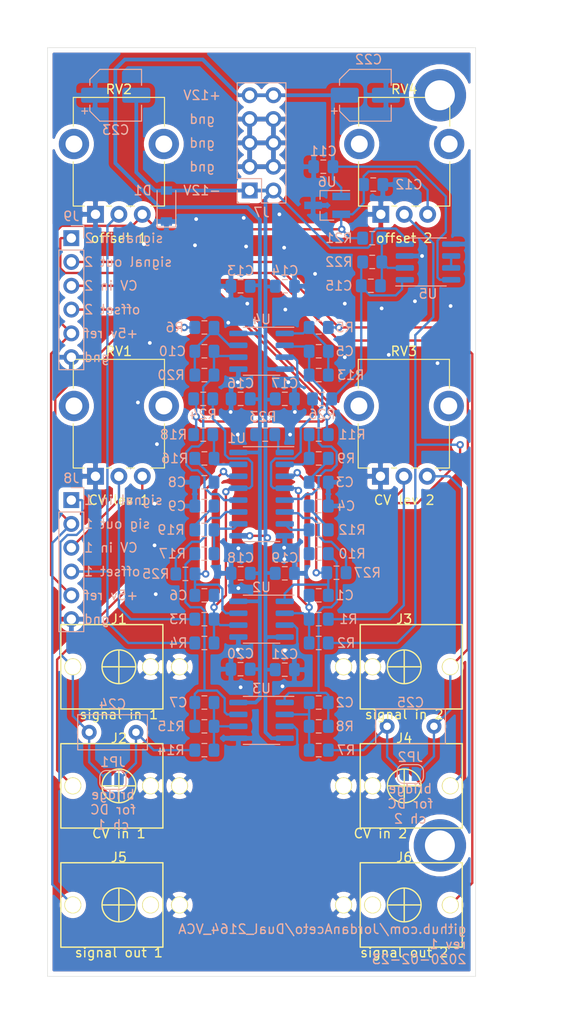
<source format=kicad_pcb>
(kicad_pcb (version 20171130) (host pcbnew 5.1.5-52549c5~84~ubuntu18.04.1)
  (layers (0 F.Cu signal) (31 B.Cu signal) (34 B.Paste user) (35 F.Paste user) (36 B.SilkS user) (37 F.SilkS user) (38 B.Mask user) (39 F.Mask user) (44 Edge.Cuts user))
  (net 0 "")
  (net 1 "Net-(C1-Pad1)")
  (net 2 /VCA_1/VCA_1_CV_summing_node_i_in)
  (net 3 "Net-(C2-Pad1)")
  (net 4 "Net-(C2-Pad2)")
  (net 5 GND)
  (net 6 "Net-(C3-Pad1)")
  (net 7 "Net-(C4-Pad1)")
  (net 8 /VCA_1/VCA_1_signal_v_out)
  (net 9 "Net-(C5-Pad2)")
  (net 10 "Net-(C6-Pad1)")
  (net 11 /VCA_2/VCA_2_CV_summing_node_i_in)
  (net 12 "Net-(C7-Pad1)")
  (net 13 "Net-(C7-Pad2)")
  (net 14 "Net-(C8-Pad1)")
  (net 15 "Net-(C9-Pad1)")
  (net 16 "Net-(C10-Pad2)")
  (net 17 /VCA_2/VCA_2_signal_v_out)
  (net 18 +12V)
  (net 19 +5VA)
  (net 20 -12V)
  (net 21 "Net-(C15-Pad2)")
  (net 22 -5VA)
  (net 23 "Net-(J2-Pad3)")
  (net 24 "Net-(J4-Pad3)")
  (net 25 "Net-(J5-Pad2)")
  (net 26 "Net-(J6-Pad2)")
  (net 27 "Net-(R11-Pad1)")
  (net 28 "Net-(R10-Pad1)")
  (net 29 "Net-(R16-Pad1)")
  (net 30 "Net-(R17-Pad1)")
  (net 31 "Net-(R23-Pad2)")
  (net 32 "Net-(U5-Pad6)")
  (net 33 /signal_in_1)
  (net 34 /signal_in_2)
  (net 35 /signal_out_1)
  (net 36 /signal_out_2)
  (net 37 /offset_in_1)
  (net 38 /CV_in_1)
  (net 39 /CV_in_2)
  (net 40 /offset_in_2)
  (net 41 /VCA_1/VCA_1_signal_v_in)
  (net 42 /VCA_2/VCA_2_signal_v_in)
  (net 43 "Net-(R25-Pad1)")
  (net 44 "Net-(R27-Pad1)")
  (module Capacitor_SMD:C_0805_2012Metric_Pad1.15x1.40mm_HandSolder (layer B.Cu) (at 105.909 90.805)
    (fp_text reference C12 (at 3.81 0) (layer B.SilkS) (effects (justify mirror)))
    (fp_text value 100nF)
    (pad 1 smd roundrect (at -1.025 0) (size 1.15 1.4) (layers B.Cu B.Paste B.Mask) (roundrect_rratio 0.217391) (net 19 +5VA))
    (pad 2 smd roundrect (at 1.025 0) (size 1.15 1.4) (layers B.Cu B.Paste B.Mask) (roundrect_rratio 0.217391) (net 5 GND))
  )
  (module MountingHole:MountingHole_3.2mm_M3_DIN965_Pad (layer F.Cu) (at 113.03 161.29)
    (fp_text reference REF** hide)
    (fp_text value MountingHole_3.2mm_M3_DIN965_Pad)
    (pad 1 thru_hole circle (at 0 0) (size 5.6 5.6) (drill 3.2) (layers *.Cu *.Mask))
  )
  (module MountingHole:MountingHole_3.2mm_M3_DIN965_Pad (layer F.Cu) (at 113.03 81.28)
    (fp_text reference REF** hide)
    (fp_text value MountingHole_3.2mm_M3_DIN965_Pad)
    (pad 1 thru_hole circle (at 0 0) (size 5.6 5.6) (drill 3.2) (layers *.Cu *.Mask))
  )
  (module Capacitor_SMD:C_0805_2012Metric_Pad1.15x1.40mm_HandSolder (layer B.Cu) (at 100.575 88.9 180)
    (fp_text reference C11 (at 0 1.65) (layer B.SilkS) (effects (justify mirror)))
    (fp_text value 100nF)
    (pad 2 smd roundrect (at 1.025 0 180) (size 1.15 1.4) (layers B.Cu B.Paste B.Mask) (roundrect_rratio 0.217391) (net 5 GND))
    (pad 1 smd roundrect (at -1.025 0 180) (size 1.15 1.4) (layers B.Cu B.Paste B.Mask) (roundrect_rratio 0.217391) (net 18 +12V))
  )
  (module Capacitor_SMD:C_0805_2012Metric_Pad1.15x1.40mm_HandSolder (layer B.Cu) (at 91.7358 101.6508 180)
    (fp_text reference C13 (at 0 1.65) (layer B.SilkS) (effects (justify mirror)))
    (fp_text value 100nF)
    (pad 1 smd roundrect (at -1.025 0 180) (size 1.15 1.4) (layers B.Cu B.Paste B.Mask) (roundrect_rratio 0.217391) (net 18 +12V))
    (pad 2 smd roundrect (at 1.025 0 180) (size 1.15 1.4) (layers B.Cu B.Paste B.Mask) (roundrect_rratio 0.217391) (net 5 GND))
  )
  (module Capacitor_SMD:C_0805_2012Metric_Pad1.15x1.40mm_HandSolder (layer B.Cu) (at 96.4782 101.6508 180)
    (fp_text reference C14 (at 0 1.65) (layer B.SilkS) (effects (justify mirror)))
    (fp_text value 100nF)
    (pad 2 smd roundrect (at 1.025 0 180) (size 1.15 1.4) (layers B.Cu B.Paste B.Mask) (roundrect_rratio 0.217391) (net 20 -12V))
    (pad 1 smd roundrect (at -1.025 0 180) (size 1.15 1.4) (layers B.Cu B.Paste B.Mask) (roundrect_rratio 0.217391) (net 5 GND))
  )
  (module Capacitor_SMD:C_0805_2012Metric_Pad1.15x1.40mm_HandSolder (layer B.Cu) (at 105.655 101.6)
    (fp_text reference C15 (at -3.42 0) (layer B.SilkS) (effects (justify mirror)))
    (fp_text value 100nF)
    (pad 2 smd roundrect (at 1.025 0) (size 1.15 1.4) (layers B.Cu B.Paste B.Mask) (roundrect_rratio 0.217391) (net 21 "Net-(C15-Pad2)"))
    (pad 1 smd roundrect (at -1.025 0) (size 1.15 1.4) (layers B.Cu B.Paste B.Mask) (roundrect_rratio 0.217391) (net 22 -5VA))
  )
  (module Capacitor_SMD:C_0805_2012Metric_Pad1.15x1.40mm_HandSolder (layer B.Cu) (at 91.7485 113.665 180)
    (fp_text reference C16 (at 0 1.65) (layer B.SilkS) (effects (justify mirror)))
    (fp_text value 100nF)
    (pad 1 smd roundrect (at -1.025 0 180) (size 1.15 1.4) (layers B.Cu B.Paste B.Mask) (roundrect_rratio 0.217391) (net 18 +12V))
    (pad 2 smd roundrect (at 1.025 0 180) (size 1.15 1.4) (layers B.Cu B.Paste B.Mask) (roundrect_rratio 0.217391) (net 5 GND))
  )
  (module Capacitor_SMD:C_0805_2012Metric_Pad1.15x1.40mm_HandSolder (layer B.Cu) (at 96.4655 113.665 180)
    (fp_text reference C17 (at 0 1.65) (layer B.SilkS) (effects (justify mirror)))
    (fp_text value 100nF)
    (pad 2 smd roundrect (at 1.025 0 180) (size 1.15 1.4) (layers B.Cu B.Paste B.Mask) (roundrect_rratio 0.217391) (net 20 -12V))
    (pad 1 smd roundrect (at -1.025 0 180) (size 1.15 1.4) (layers B.Cu B.Paste B.Mask) (roundrect_rratio 0.217391) (net 5 GND))
  )
  (module Capacitor_SMD:C_0805_2012Metric_Pad1.15x1.40mm_HandSolder (layer B.Cu) (at 91.7485 132.2705 180)
    (fp_text reference C18 (at 0 1.65) (layer B.SilkS) (effects (justify mirror)))
    (fp_text value 100nF)
    (pad 1 smd roundrect (at -1.025 0 180) (size 1.15 1.4) (layers B.Cu B.Paste B.Mask) (roundrect_rratio 0.217391) (net 18 +12V))
    (pad 2 smd roundrect (at 1.025 0 180) (size 1.15 1.4) (layers B.Cu B.Paste B.Mask) (roundrect_rratio 0.217391) (net 5 GND))
  )
  (module Capacitor_SMD:C_0805_2012Metric_Pad1.15x1.40mm_HandSolder (layer B.Cu) (at 96.4655 132.2705 180)
    (fp_text reference C19 (at 0 1.65) (layer B.SilkS) (effects (justify mirror)))
    (fp_text value 100nF)
    (pad 2 smd roundrect (at 1.025 0 180) (size 1.15 1.4) (layers B.Cu B.Paste B.Mask) (roundrect_rratio 0.217391) (net 20 -12V))
    (pad 1 smd roundrect (at -1.025 0 180) (size 1.15 1.4) (layers B.Cu B.Paste B.Mask) (roundrect_rratio 0.217391) (net 5 GND))
  )
  (module Capacitor_SMD:C_0805_2012Metric_Pad1.15x1.40mm_HandSolder (layer B.Cu) (at 91.7358 142.494 180)
    (fp_text reference C20 (at 0 1.65) (layer B.SilkS) (effects (justify mirror)))
    (fp_text value 100nF)
    (pad 2 smd roundrect (at 1.025 0 180) (size 1.15 1.4) (layers B.Cu B.Paste B.Mask) (roundrect_rratio 0.217391) (net 5 GND))
    (pad 1 smd roundrect (at -1.025 0 180) (size 1.15 1.4) (layers B.Cu B.Paste B.Mask) (roundrect_rratio 0.217391) (net 18 +12V))
  )
  (module Capacitor_SMD:C_0805_2012Metric_Pad1.15x1.40mm_HandSolder (layer B.Cu) (at 96.4602 142.5448 180)
    (fp_text reference C21 (at 0 1.65) (layer B.SilkS) (effects (justify mirror)))
    (fp_text value 100nF)
    (pad 1 smd roundrect (at -1.025 0 180) (size 1.15 1.4) (layers B.Cu B.Paste B.Mask) (roundrect_rratio 0.217391) (net 5 GND))
    (pad 2 smd roundrect (at 1.025 0 180) (size 1.15 1.4) (layers B.Cu B.Paste B.Mask) (roundrect_rratio 0.217391) (net 20 -12V))
  )
  (module Capacitor_SMD:CP_Elec_5x5.4 (layer B.Cu) (at 105.07 81.28)
    (fp_text reference C22 (at 0.34 -3.81) (layer B.SilkS) (effects (justify mirror)))
    (fp_text value 10uF)
    (pad 2 smd roundrect (at 2.2 0) (size 3 1.6) (layers B.Cu B.Paste B.Mask) (roundrect_rratio 0.15625) (net 5 GND))
    (pad 1 smd roundrect (at -2.2 0) (size 3 1.6) (layers B.Cu B.Paste B.Mask) (roundrect_rratio 0.15625) (net 18 +12V))
  )
  (module Capacitor_SMD:CP_Elec_5x5.4 (layer B.Cu) (at 78.4 81.28)
    (fp_text reference C23 (at 0 3.7) (layer B.SilkS) (effects (justify mirror)))
    (fp_text value 10uF)
    (pad 1 smd roundrect (at -2.2 0) (size 3 1.6) (layers B.Cu B.Paste B.Mask) (roundrect_rratio 0.15625) (net 5 GND))
    (pad 2 smd roundrect (at 2.2 0) (size 3 1.6) (layers B.Cu B.Paste B.Mask) (roundrect_rratio 0.15625) (net 20 -12V))
  )
  (module Eurocad:PJ301M-12 (layer F.Cu) (at 78.74 142.24 90)
    (fp_text reference J1 (at 5.08 0 180) (layer F.SilkS))
    (fp_text value signal_in_1)
    (pad 2 thru_hole circle (at 0 3.38 90) (size 1.8 1.8) (drill 1.6) (layers *.Cu *.Mask F.SilkS) (net 5 GND))
    (pad 1 thru_hole circle (at 0 6.48 90) (size 1.8 1.8) (drill 1.6) (layers *.Cu *.Mask F.SilkS) (net 5 GND))
    (pad 3 thru_hole circle (at 0 -4.92 90) (size 1.8 1.8) (drill 1.6) (layers *.Cu *.Mask F.SilkS) (net 33 /signal_in_1))
  )
  (module Eurocad:PJ301M-12 (layer F.Cu) (at 78.74 154.94 90)
    (fp_text reference J2 (at 5.08 0 180) (layer F.SilkS))
    (fp_text value CV_in_1)
    (pad 3 thru_hole circle (at 0 -4.92 90) (size 1.8 1.8) (drill 1.6) (layers *.Cu *.Mask F.SilkS) (net 23 "Net-(J2-Pad3)"))
    (pad 1 thru_hole circle (at 0 6.48 90) (size 1.8 1.8) (drill 1.6) (layers *.Cu *.Mask F.SilkS) (net 5 GND))
    (pad 2 thru_hole circle (at 0 3.38 90) (size 1.8 1.8) (drill 1.6) (layers *.Cu *.Mask F.SilkS) (net 5 GND))
  )
  (module Eurocad:PJ301M-12 (layer F.Cu) (at 109.22 142.24 270)
    (fp_text reference J3 (at -5.08 0 180) (layer F.SilkS))
    (fp_text value signal_in_2)
    (pad 3 thru_hole circle (at 0 -4.92 270) (size 1.8 1.8) (drill 1.6) (layers *.Cu *.Mask F.SilkS) (net 34 /signal_in_2))
    (pad 1 thru_hole circle (at 0 6.48 270) (size 1.8 1.8) (drill 1.6) (layers *.Cu *.Mask F.SilkS) (net 5 GND))
    (pad 2 thru_hole circle (at 0 3.38 270) (size 1.8 1.8) (drill 1.6) (layers *.Cu *.Mask F.SilkS) (net 5 GND))
  )
  (module Eurocad:PJ301M-12 (layer F.Cu) (at 109.22 154.94 270)
    (fp_text reference J4 (at -5.08 0 180) (layer F.SilkS))
    (fp_text value CV_in_2)
    (pad 2 thru_hole circle (at 0 3.38 270) (size 1.8 1.8) (drill 1.6) (layers *.Cu *.Mask F.SilkS) (net 5 GND))
    (pad 1 thru_hole circle (at 0 6.48 270) (size 1.8 1.8) (drill 1.6) (layers *.Cu *.Mask F.SilkS) (net 5 GND))
    (pad 3 thru_hole circle (at 0 -4.92 270) (size 1.8 1.8) (drill 1.6) (layers *.Cu *.Mask F.SilkS) (net 24 "Net-(J4-Pad3)"))
  )
  (module Eurocad:PJ301M-12 (layer F.Cu) (at 78.74 167.64 90)
    (fp_text reference J5 (at 5.08 0 180) (layer F.SilkS))
    (fp_text value signal_out_1)
    (pad 3 thru_hole circle (at 0 -4.92 90) (size 1.8 1.8) (drill 1.6) (layers *.Cu *.Mask F.SilkS) (net 35 /signal_out_1))
    (pad 1 thru_hole circle (at 0 6.48 90) (size 1.8 1.8) (drill 1.6) (layers *.Cu *.Mask F.SilkS) (net 5 GND))
    (pad 2 thru_hole circle (at 0 3.38 90) (size 1.8 1.8) (drill 1.6) (layers *.Cu *.Mask F.SilkS) (net 25 "Net-(J5-Pad2)"))
  )
  (module Eurocad:PJ301M-12 (layer F.Cu) (at 109.22 167.64 270)
    (fp_text reference J6 (at -5.08 0 180) (layer F.SilkS))
    (fp_text value signal_out_2)
    (pad 2 thru_hole circle (at 0 3.38 270) (size 1.8 1.8) (drill 1.6) (layers *.Cu *.Mask F.SilkS) (net 26 "Net-(J6-Pad2)"))
    (pad 1 thru_hole circle (at 0 6.48 270) (size 1.8 1.8) (drill 1.6) (layers *.Cu *.Mask F.SilkS) (net 5 GND))
    (pad 3 thru_hole circle (at 0 -4.92 270) (size 1.8 1.8) (drill 1.6) (layers *.Cu *.Mask F.SilkS) (net 36 /signal_out_2))
  )
  (module Connector_PinHeader_2.54mm:PinHeader_2x05_P2.54mm_Vertical (layer B.Cu) (at 92.71 91.44)
    (fp_text reference J7 (at 1.27 2.33) (layer B.SilkS) (effects (justify mirror)))
    (fp_text value power_input)
    (pad 1 thru_hole rect (at 0 0) (size 1.7 1.7) (drill 1) (layers *.Cu *.Mask) (net 20 -12V))
    (pad 2 thru_hole oval (at 2.54 0) (size 1.7 1.7) (drill 1) (layers *.Cu *.Mask) (net 20 -12V))
    (pad 3 thru_hole oval (at 0 -2.54) (size 1.7 1.7) (drill 1) (layers *.Cu *.Mask) (net 5 GND))
    (pad 4 thru_hole oval (at 2.54 -2.54) (size 1.7 1.7) (drill 1) (layers *.Cu *.Mask) (net 5 GND))
    (pad 5 thru_hole oval (at 0 -5.08) (size 1.7 1.7) (drill 1) (layers *.Cu *.Mask) (net 5 GND))
    (pad 6 thru_hole oval (at 2.54 -5.08) (size 1.7 1.7) (drill 1) (layers *.Cu *.Mask) (net 5 GND))
    (pad 7 thru_hole oval (at 0 -7.62) (size 1.7 1.7) (drill 1) (layers *.Cu *.Mask) (net 5 GND))
    (pad 8 thru_hole oval (at 2.54 -7.62) (size 1.7 1.7) (drill 1) (layers *.Cu *.Mask) (net 5 GND))
    (pad 9 thru_hole oval (at 0 -10.16) (size 1.7 1.7) (drill 1) (layers *.Cu *.Mask) (net 18 +12V))
    (pad 10 thru_hole oval (at 2.54 -10.16) (size 1.7 1.7) (drill 1) (layers *.Cu *.Mask) (net 18 +12V))
  )
  (module Resistor_SMD:R_0805_2012Metric_Pad1.15x1.40mm_HandSolder (layer B.Cu) (at 100.085 137.16)
    (fp_text reference R1 (at 3.175 0) (layer B.SilkS) (effects (justify mirror)))
    (fp_text value 100k)
    (pad 2 smd roundrect (at 1.025 0) (size 1.15 1.4) (layers B.Cu B.Paste B.Mask) (roundrect_rratio 0.217391) (net 39 /CV_in_2))
    (pad 1 smd roundrect (at -1.025 0) (size 1.15 1.4) (layers B.Cu B.Paste B.Mask) (roundrect_rratio 0.217391) (net 11 /VCA_2/VCA_2_CV_summing_node_i_in))
  )
  (module Resistor_SMD:R_0805_2012Metric_Pad1.15x1.40mm_HandSolder (layer B.Cu) (at 100.085 139.7)
    (fp_text reference R2 (at 2.93 0) (layer B.SilkS) (effects (justify mirror)))
    (fp_text value 100k)
    (pad 2 smd roundrect (at 1.025 0) (size 1.15 1.4) (layers B.Cu B.Paste B.Mask) (roundrect_rratio 0.217391) (net 40 /offset_in_2))
    (pad 1 smd roundrect (at -1.025 0) (size 1.15 1.4) (layers B.Cu B.Paste B.Mask) (roundrect_rratio 0.217391) (net 11 /VCA_2/VCA_2_CV_summing_node_i_in))
  )
  (module Resistor_SMD:R_0805_2012Metric_Pad1.15x1.40mm_HandSolder (layer B.Cu) (at 87.875 137.16 180)
    (fp_text reference R3 (at 2.785 0) (layer B.SilkS) (effects (justify mirror)))
    (fp_text value 100k)
    (pad 1 smd roundrect (at -1.025 0 180) (size 1.15 1.4) (layers B.Cu B.Paste B.Mask) (roundrect_rratio 0.217391) (net 2 /VCA_1/VCA_1_CV_summing_node_i_in))
    (pad 2 smd roundrect (at 1.025 0 180) (size 1.15 1.4) (layers B.Cu B.Paste B.Mask) (roundrect_rratio 0.217391) (net 38 /CV_in_1))
  )
  (module Resistor_SMD:R_0805_2012Metric_Pad1.15x1.40mm_HandSolder (layer B.Cu) (at 87.875 139.7 180)
    (fp_text reference R4 (at 2.785 0) (layer B.SilkS) (effects (justify mirror)))
    (fp_text value 100k)
    (pad 2 smd roundrect (at 1.025 0 180) (size 1.15 1.4) (layers B.Cu B.Paste B.Mask) (roundrect_rratio 0.217391) (net 37 /offset_in_1))
    (pad 1 smd roundrect (at -1.025 0 180) (size 1.15 1.4) (layers B.Cu B.Paste B.Mask) (roundrect_rratio 0.217391) (net 2 /VCA_1/VCA_1_CV_summing_node_i_in))
  )
  (module Resistor_SMD:R_0805_2012Metric_Pad1.15x1.40mm_HandSolder (layer B.Cu) (at 100.085 106.045 180)
    (fp_text reference R5 (at -2.785 0) (layer B.SilkS) (effects (justify mirror)))
    (fp_text value 1k)
    (pad 1 smd roundrect (at -1.025 0 180) (size 1.15 1.4) (layers B.Cu B.Paste B.Mask) (roundrect_rratio 0.217391) (net 36 /signal_out_2))
    (pad 2 smd roundrect (at 1.025 0 180) (size 1.15 1.4) (layers B.Cu B.Paste B.Mask) (roundrect_rratio 0.217391) (net 17 /VCA_2/VCA_2_signal_v_out))
  )
  (module Resistor_SMD:R_0805_2012Metric_Pad1.15x1.40mm_HandSolder (layer B.Cu) (at 87.875 106.045)
    (fp_text reference R6 (at -3.175 0) (layer B.SilkS) (effects (justify mirror)))
    (fp_text value 1k)
    (pad 1 smd roundrect (at -1.025 0) (size 1.15 1.4) (layers B.Cu B.Paste B.Mask) (roundrect_rratio 0.217391) (net 35 /signal_out_1))
    (pad 2 smd roundrect (at 1.025 0) (size 1.15 1.4) (layers B.Cu B.Paste B.Mask) (roundrect_rratio 0.217391) (net 8 /VCA_1/VCA_1_signal_v_out))
  )
  (module Resistor_SMD:R_0805_2012Metric_Pad1.15x1.40mm_HandSolder (layer B.Cu) (at 105.8 96.52 180)
    (fp_text reference R21 (at 3.565 0) (layer B.SilkS) (effects (justify mirror)))
    (fp_text value 10k)
    (pad 2 smd roundrect (at 1.025 0 180) (size 1.15 1.4) (layers B.Cu B.Paste B.Mask) (roundrect_rratio 0.217391) (net 19 +5VA))
    (pad 1 smd roundrect (at -1.025 0 180) (size 1.15 1.4) (layers B.Cu B.Paste B.Mask) (roundrect_rratio 0.217391) (net 21 "Net-(C15-Pad2)"))
  )
  (module Resistor_SMD:R_0805_2012Metric_Pad1.15x1.40mm_HandSolder (layer B.Cu) (at 105.8 99.06)
    (fp_text reference R22 (at -3.565 0) (layer B.SilkS) (effects (justify mirror)))
    (fp_text value 10k)
    (pad 1 smd roundrect (at -1.025 0) (size 1.15 1.4) (layers B.Cu B.Paste B.Mask) (roundrect_rratio 0.217391) (net 22 -5VA))
    (pad 2 smd roundrect (at 1.025 0) (size 1.15 1.4) (layers B.Cu B.Paste B.Mask) (roundrect_rratio 0.217391) (net 21 "Net-(C15-Pad2)"))
  )
  (module Resistor_SMD:R_0805_2012Metric_Pad1.15x1.40mm_HandSolder (layer B.Cu) (at 94.37 117.475)
    (fp_text reference R23 (at -0.245 -1.905) (layer B.SilkS) (effects (justify mirror)))
    (fp_text value R)
    (pad 1 smd roundrect (at -1.025 0) (size 1.15 1.4) (layers B.Cu B.Paste B.Mask) (roundrect_rratio 0.217391) (net 18 +12V))
    (pad 2 smd roundrect (at 1.025 0) (size 1.15 1.4) (layers B.Cu B.Paste B.Mask) (roundrect_rratio 0.217391) (net 31 "Net-(R23-Pad2)"))
  )
  (module Potentiometer_THT:Potentiometer_Alpha_RD901F-40-00D_Single_Vertical_CircularHoles (layer F.Cu) (at 76.24 121.92 90)
    (fp_text reference RV1 (at 13.335 2.5) (layer F.SilkS))
    (fp_text value 100k)
    (pad "" thru_hole circle (at 7.5 -2.3 180) (size 3.24 3.24) (drill 1.8) (layers *.Cu *.Mask))
    (pad "" thru_hole circle (at 7.5 7.3 180) (size 3.24 3.24) (drill 1.8) (layers *.Cu *.Mask))
    (pad 3 thru_hole circle (at 0 5 180) (size 1.8 1.8) (drill 1) (layers *.Cu *.Mask) (net 23 "Net-(J2-Pad3)"))
    (pad 2 thru_hole circle (at 0 2.5 180) (size 1.8 1.8) (drill 1) (layers *.Cu *.Mask) (net 38 /CV_in_1))
    (pad 1 thru_hole rect (at 0 0 180) (size 1.8 1.8) (drill 1) (layers *.Cu *.Mask) (net 5 GND))
  )
  (module Potentiometer_THT:Potentiometer_Alpha_RD901F-40-00D_Single_Vertical_CircularHoles (layer F.Cu) (at 76.24 93.98 90)
    (fp_text reference RV2 (at 13.335 2.5) (layer F.SilkS))
    (fp_text value 100k)
    (pad 1 thru_hole rect (at 0 0 180) (size 1.8 1.8) (drill 1) (layers *.Cu *.Mask) (net 5 GND))
    (pad 2 thru_hole circle (at 0 2.5 180) (size 1.8 1.8) (drill 1) (layers *.Cu *.Mask) (net 37 /offset_in_1))
    (pad 3 thru_hole circle (at 0 5 180) (size 1.8 1.8) (drill 1) (layers *.Cu *.Mask) (net 19 +5VA))
    (pad "" thru_hole circle (at 7.5 7.3 180) (size 3.24 3.24) (drill 1.8) (layers *.Cu *.Mask))
    (pad "" thru_hole circle (at 7.5 -2.3 180) (size 3.24 3.24) (drill 1.8) (layers *.Cu *.Mask))
  )
  (module Potentiometer_THT:Potentiometer_Alpha_RD901F-40-00D_Single_Vertical_CircularHoles (layer F.Cu) (at 106.68 121.92 90)
    (fp_text reference RV3 (at 13.335 2.5) (layer F.SilkS))
    (fp_text value 100k)
    (pad "" thru_hole circle (at 7.5 -2.3 180) (size 3.24 3.24) (drill 1.8) (layers *.Cu *.Mask))
    (pad "" thru_hole circle (at 7.5 7.3 180) (size 3.24 3.24) (drill 1.8) (layers *.Cu *.Mask))
    (pad 3 thru_hole circle (at 0 5 180) (size 1.8 1.8) (drill 1) (layers *.Cu *.Mask) (net 24 "Net-(J4-Pad3)"))
    (pad 2 thru_hole circle (at 0 2.5 180) (size 1.8 1.8) (drill 1) (layers *.Cu *.Mask) (net 39 /CV_in_2))
    (pad 1 thru_hole rect (at 0 0 180) (size 1.8 1.8) (drill 1) (layers *.Cu *.Mask) (net 5 GND))
  )
  (module Potentiometer_THT:Potentiometer_Alpha_RD901F-40-00D_Single_Vertical_CircularHoles (layer F.Cu) (at 106.72 93.98 90)
    (fp_text reference RV4 (at 13.335 2.5) (layer F.SilkS))
    (fp_text value 100k)
    (pad 1 thru_hole rect (at 0 0 180) (size 1.8 1.8) (drill 1) (layers *.Cu *.Mask) (net 5 GND))
    (pad 2 thru_hole circle (at 0 2.5 180) (size 1.8 1.8) (drill 1) (layers *.Cu *.Mask) (net 40 /offset_in_2))
    (pad 3 thru_hole circle (at 0 5 180) (size 1.8 1.8) (drill 1) (layers *.Cu *.Mask) (net 19 +5VA))
    (pad "" thru_hole circle (at 7.5 7.3 180) (size 3.24 3.24) (drill 1.8) (layers *.Cu *.Mask))
    (pad "" thru_hole circle (at 7.5 -2.3 180) (size 3.24 3.24) (drill 1.8) (layers *.Cu *.Mask))
  )
  (module Package_SO:SOIC-8_3.9x4.9mm_P1.27mm (layer B.Cu) (at 111.76 99.06)
    (fp_text reference U5 (at 0 3.4) (layer B.SilkS) (effects (justify mirror)))
    (fp_text value TL072)
    (pad 8 smd roundrect (at 2.475 1.905) (size 1.95 0.6) (layers B.Cu B.Paste B.Mask) (net 18 +12V))
    (pad 7 smd roundrect (at 2.475 0.635) (size 1.95 0.6) (layers B.Cu B.Paste B.Mask) (net 32 "Net-(U5-Pad6)"))
    (pad 6 smd roundrect (at 2.475 -0.635) (size 1.95 0.6) (layers B.Cu B.Paste B.Mask) (net 32 "Net-(U5-Pad6)"))
    (pad 5 smd roundrect (at 2.475 -1.905) (size 1.95 0.6) (layers B.Cu B.Paste B.Mask) (net 5 GND))
    (pad 4 smd roundrect (at -2.475 -1.905) (size 1.95 0.6) (layers B.Cu B.Paste B.Mask) (net 20 -12V))
    (pad 3 smd roundrect (at -2.475 -0.635) (size 1.95 0.6) (layers B.Cu B.Paste B.Mask) (net 5 GND))
    (pad 2 smd roundrect (at -2.475 0.635) (size 1.95 0.6) (layers B.Cu B.Paste B.Mask) (net 21 "Net-(C15-Pad2)"))
    (pad 1 smd roundrect (at -2.475 1.905) (size 1.95 0.6) (layers B.Cu B.Paste B.Mask) (net 22 -5VA))
  )
  (module Capacitor_SMD:C_0805_2012Metric_Pad1.15x1.40mm_HandSolder (layer B.Cu) (at 100.085 134.62 180)
    (fp_text reference C1 (at -2.785 0) (layer B.SilkS) (effects (justify mirror)))
    (fp_text value 100pF)
    (pad 1 smd roundrect (at -1.025 0 180) (size 1.15 1.4) (layers B.Cu B.Paste B.Mask) (roundrect_rratio 0.217391) (net 1 "Net-(C1-Pad1)"))
    (pad 2 smd roundrect (at 1.025 0 180) (size 1.15 1.4) (layers B.Cu B.Paste B.Mask) (roundrect_rratio 0.217391) (net 11 /VCA_2/VCA_2_CV_summing_node_i_in))
  )
  (module Capacitor_SMD:C_0805_2012Metric_Pad1.15x1.40mm_HandSolder (layer B.Cu) (at 100.085 146.05 180)
    (fp_text reference C2 (at -2.785 0) (layer B.SilkS) (effects (justify mirror)))
    (fp_text value 22pF)
    (pad 1 smd roundrect (at -1.025 0 180) (size 1.15 1.4) (layers B.Cu B.Paste B.Mask) (roundrect_rratio 0.217391) (net 3 "Net-(C2-Pad1)"))
    (pad 2 smd roundrect (at 1.025 0 180) (size 1.15 1.4) (layers B.Cu B.Paste B.Mask) (roundrect_rratio 0.217391) (net 4 "Net-(C2-Pad2)"))
  )
  (module Capacitor_SMD:C_0805_2012Metric_Pad1.15x1.40mm_HandSolder (layer B.Cu) (at 100.085 122.555)
    (fp_text reference C3 (at 2.785 0) (layer B.SilkS) (effects (justify mirror)))
    (fp_text value 560pF)
    (pad 2 smd roundrect (at 1.025 0) (size 1.15 1.4) (layers B.Cu B.Paste B.Mask) (roundrect_rratio 0.217391) (net 5 GND))
    (pad 1 smd roundrect (at -1.025 0) (size 1.15 1.4) (layers B.Cu B.Paste B.Mask) (roundrect_rratio 0.217391) (net 6 "Net-(C3-Pad1)"))
  )
  (module Capacitor_SMD:C_0805_2012Metric_Pad1.15x1.40mm_HandSolder (layer B.Cu) (at 100.085 125.095)
    (fp_text reference C4 (at 2.93 0) (layer B.SilkS) (effects (justify mirror)))
    (fp_text value 560pF)
    (pad 1 smd roundrect (at -1.025 0) (size 1.15 1.4) (layers B.Cu B.Paste B.Mask) (roundrect_rratio 0.217391) (net 7 "Net-(C4-Pad1)"))
    (pad 2 smd roundrect (at 1.025 0) (size 1.15 1.4) (layers B.Cu B.Paste B.Mask) (roundrect_rratio 0.217391) (net 5 GND))
  )
  (module Capacitor_SMD:C_0805_2012Metric_Pad1.15x1.40mm_HandSolder (layer B.Cu) (at 100.085 108.585 180)
    (fp_text reference C5 (at -2.785 0) (layer B.SilkS) (effects (justify mirror)))
    (fp_text value 100pF)
    (pad 2 smd roundrect (at 1.025 0 180) (size 1.15 1.4) (layers B.Cu B.Paste B.Mask) (roundrect_rratio 0.217391) (net 9 "Net-(C5-Pad2)"))
    (pad 1 smd roundrect (at -1.025 0 180) (size 1.15 1.4) (layers B.Cu B.Paste B.Mask) (roundrect_rratio 0.217391) (net 17 /VCA_2/VCA_2_signal_v_out))
  )
  (module Capacitor_SMD:C_0805_2012Metric_Pad1.15x1.40mm_HandSolder (layer B.Cu) (at 87.875 134.62)
    (fp_text reference C6 (at -2.785 0) (layer B.SilkS) (effects (justify mirror)))
    (fp_text value 100pF)
    (pad 1 smd roundrect (at -1.025 0) (size 1.15 1.4) (layers B.Cu B.Paste B.Mask) (roundrect_rratio 0.217391) (net 10 "Net-(C6-Pad1)"))
    (pad 2 smd roundrect (at 1.025 0) (size 1.15 1.4) (layers B.Cu B.Paste B.Mask) (roundrect_rratio 0.217391) (net 2 /VCA_1/VCA_1_CV_summing_node_i_in))
  )
  (module Capacitor_SMD:C_0805_2012Metric_Pad1.15x1.40mm_HandSolder (layer B.Cu) (at 87.875 146.05)
    (fp_text reference C7 (at -2.785 0) (layer B.SilkS) (effects (justify mirror)))
    (fp_text value 22pF)
    (pad 1 smd roundrect (at -1.025 0) (size 1.15 1.4) (layers B.Cu B.Paste B.Mask) (roundrect_rratio 0.217391) (net 12 "Net-(C7-Pad1)"))
    (pad 2 smd roundrect (at 1.025 0) (size 1.15 1.4) (layers B.Cu B.Paste B.Mask) (roundrect_rratio 0.217391) (net 13 "Net-(C7-Pad2)"))
  )
  (module Capacitor_SMD:C_0805_2012Metric_Pad1.15x1.40mm_HandSolder (layer B.Cu) (at 87.875 122.555 180)
    (fp_text reference C8 (at 2.93 0) (layer B.SilkS) (effects (justify mirror)))
    (fp_text value 560pF)
    (pad 2 smd roundrect (at 1.025 0 180) (size 1.15 1.4) (layers B.Cu B.Paste B.Mask) (roundrect_rratio 0.217391) (net 5 GND))
    (pad 1 smd roundrect (at -1.025 0 180) (size 1.15 1.4) (layers B.Cu B.Paste B.Mask) (roundrect_rratio 0.217391) (net 14 "Net-(C8-Pad1)"))
  )
  (module Capacitor_SMD:C_0805_2012Metric_Pad1.15x1.40mm_HandSolder (layer B.Cu) (at 87.875 125.095 180)
    (fp_text reference C9 (at 2.93 0) (layer B.SilkS) (effects (justify mirror)))
    (fp_text value 560pF)
    (pad 2 smd roundrect (at 1.025 0 180) (size 1.15 1.4) (layers B.Cu B.Paste B.Mask) (roundrect_rratio 0.217391) (net 5 GND))
    (pad 1 smd roundrect (at -1.025 0 180) (size 1.15 1.4) (layers B.Cu B.Paste B.Mask) (roundrect_rratio 0.217391) (net 15 "Net-(C9-Pad1)"))
  )
  (module Capacitor_SMD:C_0805_2012Metric_Pad1.15x1.40mm_HandSolder (layer B.Cu) (at 87.875 108.585)
    (fp_text reference C10 (at -3.42 0) (layer B.SilkS) (effects (justify mirror)))
    (fp_text value 100pF)
    (pad 2 smd roundrect (at 1.025 0) (size 1.15 1.4) (layers B.Cu B.Paste B.Mask) (roundrect_rratio 0.217391) (net 16 "Net-(C10-Pad2)"))
    (pad 1 smd roundrect (at -1.025 0) (size 1.15 1.4) (layers B.Cu B.Paste B.Mask) (roundrect_rratio 0.217391) (net 8 /VCA_1/VCA_1_signal_v_out))
  )
  (module Resistor_SMD:R_0805_2012Metric_Pad1.15x1.40mm_HandSolder (layer B.Cu) (at 100.085 151.13)
    (fp_text reference R7 (at 2.93 0) (layer B.SilkS) (effects (justify mirror)))
    (fp_text value 100k)
    (pad 2 smd roundrect (at 1.025 0) (size 1.15 1.4) (layers B.Cu B.Paste B.Mask) (roundrect_rratio 0.217391) (net 42 /VCA_2/VCA_2_signal_v_in))
    (pad 1 smd roundrect (at -1.025 0) (size 1.15 1.4) (layers B.Cu B.Paste B.Mask) (roundrect_rratio 0.217391) (net 4 "Net-(C2-Pad2)"))
  )
  (module Resistor_SMD:R_0805_2012Metric_Pad1.15x1.40mm_HandSolder (layer B.Cu) (at 100.085 148.59 180)
    (fp_text reference R8 (at -2.785 0) (layer B.SilkS) (effects (justify mirror)))
    (fp_text value 100k)
    (pad 1 smd roundrect (at -1.025 0 180) (size 1.15 1.4) (layers B.Cu B.Paste B.Mask) (roundrect_rratio 0.217391) (net 3 "Net-(C2-Pad1)"))
    (pad 2 smd roundrect (at 1.025 0 180) (size 1.15 1.4) (layers B.Cu B.Paste B.Mask) (roundrect_rratio 0.217391) (net 4 "Net-(C2-Pad2)"))
  )
  (module Resistor_SMD:R_0805_2012Metric_Pad1.15x1.40mm_HandSolder (layer B.Cu) (at 100.085 120.015)
    (fp_text reference R9 (at 2.93 0) (layer B.SilkS) (effects (justify mirror)))
    (fp_text value 510)
    (pad 2 smd roundrect (at 1.025 0) (size 1.15 1.4) (layers B.Cu B.Paste B.Mask) (roundrect_rratio 0.217391) (net 6 "Net-(C3-Pad1)"))
    (pad 1 smd roundrect (at -1.025 0) (size 1.15 1.4) (layers B.Cu B.Paste B.Mask) (roundrect_rratio 0.217391) (net 27 "Net-(R11-Pad1)"))
  )
  (module Resistor_SMD:R_0805_2012Metric_Pad1.15x1.40mm_HandSolder (layer B.Cu) (at 100.085 130.175)
    (fp_text reference R10 (at 3.565 0) (layer B.SilkS) (effects (justify mirror)))
    (fp_text value 30k)
    (pad 1 smd roundrect (at -1.025 0) (size 1.15 1.4) (layers B.Cu B.Paste B.Mask) (roundrect_rratio 0.217391) (net 28 "Net-(R10-Pad1)"))
    (pad 2 smd roundrect (at 1.025 0) (size 1.15 1.4) (layers B.Cu B.Paste B.Mask) (roundrect_rratio 0.217391) (net 3 "Net-(C2-Pad1)"))
  )
  (module Resistor_SMD:R_0805_2012Metric_Pad1.15x1.40mm_HandSolder (layer B.Cu) (at 100.085 117.475)
    (fp_text reference R11 (at 3.565 0) (layer B.SilkS) (effects (justify mirror)))
    (fp_text value 100k)
    (pad 1 smd roundrect (at -1.025 0) (size 1.15 1.4) (layers B.Cu B.Paste B.Mask) (roundrect_rratio 0.217391) (net 27 "Net-(R11-Pad1)"))
    (pad 2 smd roundrect (at 1.025 0) (size 1.15 1.4) (layers B.Cu B.Paste B.Mask) (roundrect_rratio 0.217391) (net 22 -5VA))
  )
  (module Resistor_SMD:R_0805_2012Metric_Pad1.15x1.40mm_HandSolder (layer B.Cu) (at 100.085 127.635)
    (fp_text reference R12 (at 3.565 0) (layer B.SilkS) (effects (justify mirror)))
    (fp_text value 510)
    (pad 2 smd roundrect (at 1.025 0) (size 1.15 1.4) (layers B.Cu B.Paste B.Mask) (roundrect_rratio 0.217391) (net 7 "Net-(C4-Pad1)"))
    (pad 1 smd roundrect (at -1.025 0) (size 1.15 1.4) (layers B.Cu B.Paste B.Mask) (roundrect_rratio 0.217391) (net 28 "Net-(R10-Pad1)"))
  )
  (module Resistor_SMD:R_0805_2012Metric_Pad1.15x1.40mm_HandSolder (layer B.Cu) (at 100.085 111.125 180)
    (fp_text reference R13 (at -3.42 0) (layer B.SilkS) (effects (justify mirror)))
    (fp_text value 30k)
    (pad 1 smd roundrect (at -1.025 0 180) (size 1.15 1.4) (layers B.Cu B.Paste B.Mask) (roundrect_rratio 0.217391) (net 17 /VCA_2/VCA_2_signal_v_out))
    (pad 2 smd roundrect (at 1.025 0 180) (size 1.15 1.4) (layers B.Cu B.Paste B.Mask) (roundrect_rratio 0.217391) (net 9 "Net-(C5-Pad2)"))
  )
  (module Resistor_SMD:R_0805_2012Metric_Pad1.15x1.40mm_HandSolder (layer B.Cu) (at 87.875 151.13 180)
    (fp_text reference R14 (at 3.565 0) (layer B.SilkS) (effects (justify mirror)))
    (fp_text value 100k)
    (pad 1 smd roundrect (at -1.025 0 180) (size 1.15 1.4) (layers B.Cu B.Paste B.Mask) (roundrect_rratio 0.217391) (net 13 "Net-(C7-Pad2)"))
    (pad 2 smd roundrect (at 1.025 0 180) (size 1.15 1.4) (layers B.Cu B.Paste B.Mask) (roundrect_rratio 0.217391) (net 41 /VCA_1/VCA_1_signal_v_in))
  )
  (module Resistor_SMD:R_0805_2012Metric_Pad1.15x1.40mm_HandSolder (layer B.Cu) (at 87.875 148.59)
    (fp_text reference R15 (at -3.565 0) (layer B.SilkS) (effects (justify mirror)))
    (fp_text value 100k)
    (pad 2 smd roundrect (at 1.025 0) (size 1.15 1.4) (layers B.Cu B.Paste B.Mask) (roundrect_rratio 0.217391) (net 13 "Net-(C7-Pad2)"))
    (pad 1 smd roundrect (at -1.025 0) (size 1.15 1.4) (layers B.Cu B.Paste B.Mask) (roundrect_rratio 0.217391) (net 12 "Net-(C7-Pad1)"))
  )
  (module Resistor_SMD:R_0805_2012Metric_Pad1.15x1.40mm_HandSolder (layer B.Cu) (at 87.875 120.015 180)
    (fp_text reference R16 (at 3.175 0) (layer B.SilkS) (effects (justify mirror)))
    (fp_text value 510)
    (pad 1 smd roundrect (at -1.025 0 180) (size 1.15 1.4) (layers B.Cu B.Paste B.Mask) (roundrect_rratio 0.217391) (net 29 "Net-(R16-Pad1)"))
    (pad 2 smd roundrect (at 1.025 0 180) (size 1.15 1.4) (layers B.Cu B.Paste B.Mask) (roundrect_rratio 0.217391) (net 14 "Net-(C8-Pad1)"))
  )
  (module Resistor_SMD:R_0805_2012Metric_Pad1.15x1.40mm_HandSolder (layer B.Cu) (at 87.875 130.175 180)
    (fp_text reference R17 (at 3.42 0) (layer B.SilkS) (effects (justify mirror)))
    (fp_text value 30k)
    (pad 1 smd roundrect (at -1.025 0 180) (size 1.15 1.4) (layers B.Cu B.Paste B.Mask) (roundrect_rratio 0.217391) (net 30 "Net-(R17-Pad1)"))
    (pad 2 smd roundrect (at 1.025 0 180) (size 1.15 1.4) (layers B.Cu B.Paste B.Mask) (roundrect_rratio 0.217391) (net 12 "Net-(C7-Pad1)"))
  )
  (module Resistor_SMD:R_0805_2012Metric_Pad1.15x1.40mm_HandSolder (layer B.Cu) (at 87.748 117.475 180)
    (fp_text reference R18 (at 3.175 0) (layer B.SilkS) (effects (justify mirror)))
    (fp_text value 100k)
    (pad 2 smd roundrect (at 1.025 0 180) (size 1.15 1.4) (layers B.Cu B.Paste B.Mask) (roundrect_rratio 0.217391) (net 22 -5VA))
    (pad 1 smd roundrect (at -1.025 0 180) (size 1.15 1.4) (layers B.Cu B.Paste B.Mask) (roundrect_rratio 0.217391) (net 29 "Net-(R16-Pad1)"))
  )
  (module Resistor_SMD:R_0805_2012Metric_Pad1.15x1.40mm_HandSolder (layer B.Cu) (at 87.875 127.635 180)
    (fp_text reference R19 (at 3.565 0) (layer B.SilkS) (effects (justify mirror)))
    (fp_text value 510)
    (pad 2 smd roundrect (at 1.025 0 180) (size 1.15 1.4) (layers B.Cu B.Paste B.Mask) (roundrect_rratio 0.217391) (net 15 "Net-(C9-Pad1)"))
    (pad 1 smd roundrect (at -1.025 0 180) (size 1.15 1.4) (layers B.Cu B.Paste B.Mask) (roundrect_rratio 0.217391) (net 30 "Net-(R17-Pad1)"))
  )
  (module Resistor_SMD:R_0805_2012Metric_Pad1.15x1.40mm_HandSolder (layer B.Cu) (at 87.875 111.125)
    (fp_text reference R20 (at -3.565 0) (layer B.SilkS) (effects (justify mirror)))
    (fp_text value 30k)
    (pad 2 smd roundrect (at 1.025 0) (size 1.15 1.4) (layers B.Cu B.Paste B.Mask) (roundrect_rratio 0.217391) (net 16 "Net-(C10-Pad2)"))
    (pad 1 smd roundrect (at -1.025 0) (size 1.15 1.4) (layers B.Cu B.Paste B.Mask) (roundrect_rratio 0.217391) (net 8 /VCA_1/VCA_1_signal_v_out))
  )
  (module Package_SO:SOIC-16_3.9x9.9mm_P1.27mm (layer B.Cu) (at 93.98 123.825 180)
    (fp_text reference U1 (at 2.667 5.969) (layer B.SilkS) (effects (justify mirror)))
    (fp_text value SSM2164)
    (pad 1 smd roundrect (at -2.475 4.445 180) (size 1.95 0.6) (layers B.Cu B.Paste B.Mask) (net 31 "Net-(R23-Pad2)"))
    (pad 2 smd roundrect (at -2.475 3.175 180) (size 1.95 0.6) (layers B.Cu B.Paste B.Mask) (net 27 "Net-(R11-Pad1)"))
    (pad 3 smd roundrect (at -2.475 1.905 180) (size 1.95 0.6) (layers B.Cu B.Paste B.Mask) (net 1 "Net-(C1-Pad1)"))
    (pad 4 smd roundrect (at -2.475 0.635 180) (size 1.95 0.6) (layers B.Cu B.Paste B.Mask) (net 11 /VCA_2/VCA_2_CV_summing_node_i_in))
    (pad 5 smd roundrect (at -2.475 -0.635 180) (size 1.95 0.6) (layers B.Cu B.Paste B.Mask) (net 9 "Net-(C5-Pad2)"))
    (pad 6 smd roundrect (at -2.475 -1.905 180) (size 1.95 0.6) (layers B.Cu B.Paste B.Mask) (net 44 "Net-(R27-Pad1)"))
    (pad 7 smd roundrect (at -2.475 -3.175 180) (size 1.95 0.6) (layers B.Cu B.Paste B.Mask) (net 28 "Net-(R10-Pad1)"))
    (pad 8 smd roundrect (at -2.475 -4.445 180) (size 1.95 0.6) (layers B.Cu B.Paste B.Mask) (net 5 GND))
    (pad 9 smd roundrect (at 2.475 -4.445 180) (size 1.95 0.6) (layers B.Cu B.Paste B.Mask) (net 20 -12V))
    (pad 10 smd roundrect (at 2.475 -3.175 180) (size 1.95 0.6) (layers B.Cu B.Paste B.Mask) (net 30 "Net-(R17-Pad1)"))
    (pad 11 smd roundrect (at 2.475 -1.905 180) (size 1.95 0.6) (layers B.Cu B.Paste B.Mask) (net 43 "Net-(R25-Pad1)"))
    (pad 12 smd roundrect (at 2.475 -0.635 180) (size 1.95 0.6) (layers B.Cu B.Paste B.Mask) (net 16 "Net-(C10-Pad2)"))
    (pad 13 smd roundrect (at 2.475 0.635 180) (size 1.95 0.6) (layers B.Cu B.Paste B.Mask) (net 2 /VCA_1/VCA_1_CV_summing_node_i_in))
    (pad 14 smd roundrect (at 2.475 1.905 180) (size 1.95 0.6) (layers B.Cu B.Paste B.Mask) (net 10 "Net-(C6-Pad1)"))
    (pad 15 smd roundrect (at 2.475 3.175 180) (size 1.95 0.6) (layers B.Cu B.Paste B.Mask) (net 29 "Net-(R16-Pad1)"))
    (pad 16 smd roundrect (at 2.475 4.445 180) (size 1.95 0.6) (layers B.Cu B.Paste B.Mask) (net 18 +12V))
  )
  (module Package_SO:SOIC-8_3.9x4.9mm_P1.27mm (layer B.Cu) (at 93.98 137.16 180)
    (fp_text reference U2 (at 0 3.4) (layer B.SilkS) (effects (justify mirror)))
    (fp_text value TL072)
    (pad 8 smd roundrect (at 2.475 1.905 180) (size 1.95 0.6) (layers B.Cu B.Paste B.Mask) (net 18 +12V))
    (pad 7 smd roundrect (at 2.475 0.635 180) (size 1.95 0.6) (layers B.Cu B.Paste B.Mask) (net 10 "Net-(C6-Pad1)"))
    (pad 6 smd roundrect (at 2.475 -0.635 180) (size 1.95 0.6) (layers B.Cu B.Paste B.Mask) (net 2 /VCA_1/VCA_1_CV_summing_node_i_in))
    (pad 5 smd roundrect (at 2.475 -1.905 180) (size 1.95 0.6) (layers B.Cu B.Paste B.Mask) (net 5 GND))
    (pad 4 smd roundrect (at -2.475 -1.905 180) (size 1.95 0.6) (layers B.Cu B.Paste B.Mask) (net 20 -12V))
    (pad 3 smd roundrect (at -2.475 -0.635 180) (size 1.95 0.6) (layers B.Cu B.Paste B.Mask) (net 5 GND))
    (pad 2 smd roundrect (at -2.475 0.635 180) (size 1.95 0.6) (layers B.Cu B.Paste B.Mask) (net 11 /VCA_2/VCA_2_CV_summing_node_i_in))
    (pad 1 smd roundrect (at -2.475 1.905 180) (size 1.95 0.6) (layers B.Cu B.Paste B.Mask) (net 1 "Net-(C1-Pad1)"))
  )
  (module Package_SO:SOIC-8_3.9x4.9mm_P1.27mm (layer B.Cu) (at 93.98 147.955 180)
    (fp_text reference U3 (at 0 3.4) (layer B.SilkS) (effects (justify mirror)))
    (fp_text value TL072)
    (pad 1 smd roundrect (at -2.475 1.905 180) (size 1.95 0.6) (layers B.Cu B.Paste B.Mask) (net 3 "Net-(C2-Pad1)"))
    (pad 2 smd roundrect (at -2.475 0.635 180) (size 1.95 0.6) (layers B.Cu B.Paste B.Mask) (net 4 "Net-(C2-Pad2)"))
    (pad 3 smd roundrect (at -2.475 -0.635 180) (size 1.95 0.6) (layers B.Cu B.Paste B.Mask) (net 5 GND))
    (pad 4 smd roundrect (at -2.475 -1.905 180) (size 1.95 0.6) (layers B.Cu B.Paste B.Mask) (net 20 -12V))
    (pad 5 smd roundrect (at 2.475 -1.905 180) (size 1.95 0.6) (layers B.Cu B.Paste B.Mask) (net 5 GND))
    (pad 6 smd roundrect (at 2.475 -0.635 180) (size 1.95 0.6) (layers B.Cu B.Paste B.Mask) (net 13 "Net-(C7-Pad2)"))
    (pad 7 smd roundrect (at 2.475 0.635 180) (size 1.95 0.6) (layers B.Cu B.Paste B.Mask) (net 12 "Net-(C7-Pad1)"))
    (pad 8 smd roundrect (at 2.475 1.905 180) (size 1.95 0.6) (layers B.Cu B.Paste B.Mask) (net 18 +12V))
  )
  (module Package_SO:SOIC-8_3.9x4.9mm_P1.27mm (layer B.Cu) (at 93.98 108.585 180)
    (fp_text reference U4 (at 0 3.4) (layer B.SilkS) (effects (justify mirror)))
    (fp_text value TL072)
    (pad 1 smd roundrect (at -2.475 1.905 180) (size 1.95 0.6) (layers B.Cu B.Paste B.Mask) (net 17 /VCA_2/VCA_2_signal_v_out))
    (pad 2 smd roundrect (at -2.475 0.635 180) (size 1.95 0.6) (layers B.Cu B.Paste B.Mask) (net 9 "Net-(C5-Pad2)"))
    (pad 3 smd roundrect (at -2.475 -0.635 180) (size 1.95 0.6) (layers B.Cu B.Paste B.Mask) (net 5 GND))
    (pad 4 smd roundrect (at -2.475 -1.905 180) (size 1.95 0.6) (layers B.Cu B.Paste B.Mask) (net 20 -12V))
    (pad 5 smd roundrect (at 2.475 -1.905 180) (size 1.95 0.6) (layers B.Cu B.Paste B.Mask) (net 5 GND))
    (pad 6 smd roundrect (at 2.475 -0.635 180) (size 1.95 0.6) (layers B.Cu B.Paste B.Mask) (net 16 "Net-(C10-Pad2)"))
    (pad 7 smd roundrect (at 2.475 0.635 180) (size 1.95 0.6) (layers B.Cu B.Paste B.Mask) (net 8 /VCA_1/VCA_1_signal_v_out))
    (pad 8 smd roundrect (at 2.475 1.905 180) (size 1.95 0.6) (layers B.Cu B.Paste B.Mask) (net 18 +12V))
  )
  (module Diode_SMD:D_SOD-123 (layer B.Cu) (at 83.82 93.09 90)
    (fp_text reference D1 (at 1.65 -2.54 180) (layer B.SilkS) (effects (justify mirror)))
    (fp_text value BAT48)
    (pad 1 smd rect (at -1.65 0 90) (size 0.9 1.2) (layers B.Cu B.Paste B.Mask) (net 5 GND))
    (pad 2 smd rect (at 1.65 0 90) (size 0.9 1.2) (layers B.Cu B.Paste B.Mask) (net 20 -12V))
  )
  (module Connector_PinHeader_2.54mm:PinHeader_1x06_P2.54mm_Vertical (layer B.Cu) (at 73.66 124.46 180)
    (fp_text reference J8 (at 0 2.33) (layer B.SilkS) (effects (justify mirror)))
    (fp_text value Conn_01x06)
    (pad 6 thru_hole oval (at 0 -12.7 180) (size 1.7 1.7) (drill 1) (layers *.Cu *.Mask) (net 5 GND))
    (pad 5 thru_hole oval (at 0 -10.16 180) (size 1.7 1.7) (drill 1) (layers *.Cu *.Mask) (net 19 +5VA))
    (pad 4 thru_hole oval (at 0 -7.62 180) (size 1.7 1.7) (drill 1) (layers *.Cu *.Mask) (net 37 /offset_in_1))
    (pad 3 thru_hole oval (at 0 -5.08 180) (size 1.7 1.7) (drill 1) (layers *.Cu *.Mask) (net 38 /CV_in_1))
    (pad 2 thru_hole oval (at 0 -2.54 180) (size 1.7 1.7) (drill 1) (layers *.Cu *.Mask) (net 35 /signal_out_1))
    (pad 1 thru_hole rect (at 0 0 180) (size 1.7 1.7) (drill 1) (layers *.Cu *.Mask) (net 33 /signal_in_1))
  )
  (module Connector_PinHeader_2.54mm:PinHeader_1x06_P2.54mm_Vertical (layer B.Cu) (at 73.66 96.52 180)
    (fp_text reference J9 (at 0 2.33) (layer B.SilkS) (effects (justify mirror)))
    (fp_text value Conn_01x06)
    (pad 1 thru_hole rect (at 0 0 180) (size 1.7 1.7) (drill 1) (layers *.Cu *.Mask) (net 34 /signal_in_2))
    (pad 2 thru_hole oval (at 0 -2.54 180) (size 1.7 1.7) (drill 1) (layers *.Cu *.Mask) (net 36 /signal_out_2))
    (pad 3 thru_hole oval (at 0 -5.08 180) (size 1.7 1.7) (drill 1) (layers *.Cu *.Mask) (net 39 /CV_in_2))
    (pad 4 thru_hole oval (at 0 -7.62 180) (size 1.7 1.7) (drill 1) (layers *.Cu *.Mask) (net 40 /offset_in_2))
    (pad 5 thru_hole oval (at 0 -10.16 180) (size 1.7 1.7) (drill 1) (layers *.Cu *.Mask) (net 19 +5VA))
    (pad 6 thru_hole oval (at 0 -12.7 180) (size 1.7 1.7) (drill 1) (layers *.Cu *.Mask) (net 5 GND))
  )
  (module Capacitor_THT:C_Rect_L7.2mm_W3.5mm_P5.00mm_FKS2_FKP2_MKS2_MKP2 (layer B.Cu) (at 80.565 149.225 180)
    (fp_text reference C24 (at 2.5 3) (layer B.SilkS) (effects (justify mirror)))
    (fp_text value 470nF)
    (pad 1 thru_hole circle (at 0 0 180) (size 1.6 1.6) (drill 0.8) (layers *.Cu *.Mask) (net 41 /VCA_1/VCA_1_signal_v_in))
    (pad 2 thru_hole circle (at 5 0 180) (size 1.6 1.6) (drill 0.8) (layers *.Cu *.Mask) (net 33 /signal_in_1))
  )
  (module Capacitor_THT:C_Rect_L7.2mm_W3.5mm_P5.00mm_FKS2_FKP2_MKS2_MKP2 (layer B.Cu) (at 107.395 148.59)
    (fp_text reference C25 (at 2.5 -2.54) (layer B.SilkS) (effects (justify mirror)))
    (fp_text value 470nF)
    (pad 2 thru_hole circle (at 5 0) (size 1.6 1.6) (drill 0.8) (layers *.Cu *.Mask) (net 34 /signal_in_2))
    (pad 1 thru_hole circle (at 0 0) (size 1.6 1.6) (drill 0.8) (layers *.Cu *.Mask) (net 42 /VCA_2/VCA_2_signal_v_in))
  )
  (module Jumper:SolderJumper-2_P1.3mm_Open_RoundedPad1.0x1.5mm (layer B.Cu) (at 78.105 154.305)
    (fp_text reference JP1 (at -0.015 -1.905) (layer B.SilkS) (effects (justify mirror)))
    (fp_text value "AC/DC coupling")
    (pad 2 smd custom (at 0.65 0) (size 1 0.5) (layers B.Cu B.Mask) (net 41 /VCA_1/VCA_1_signal_v_in) (options (clearance outline) (anchor rect)) (primitives (gr_circle (center 0 -0.25) (end 0.5 -0.25) (width 0)) (gr_circle (center 0 0.25) (end 0.5 0.25) (width 0)) (gr_poly (pts (xy 0 0.75) (xy -0.5 0.75) (xy -0.5 -0.75) (xy 0 -0.75)) (width 0))))
    (pad 1 smd custom (at -0.65 0) (size 1 0.5) (layers B.Cu B.Mask) (net 33 /signal_in_1) (options (clearance outline) (anchor rect)) (primitives (gr_circle (center 0 -0.25) (end 0.5 -0.25) (width 0)) (gr_circle (center 0 0.25) (end 0.5 0.25) (width 0)) (gr_poly (pts (xy 0 0.75) (xy 0.5 0.75) (xy 0.5 -0.75) (xy 0 -0.75)) (width 0))))
  )
  (module Jumper:SolderJumper-2_P1.3mm_Open_RoundedPad1.0x1.5mm (layer B.Cu) (at 109.87 153.67 180)
    (fp_text reference JP2 (at 0 1.8) (layer B.SilkS) (effects (justify mirror)))
    (fp_text value "AC/DC coupling")
    (pad 1 smd custom (at -0.65 0 180) (size 1 0.5) (layers B.Cu B.Mask) (net 34 /signal_in_2) (options (clearance outline) (anchor rect)) (primitives (gr_circle (center 0 -0.25) (end 0.5 -0.25) (width 0)) (gr_circle (center 0 0.25) (end 0.5 0.25) (width 0)) (gr_poly (pts (xy 0 0.75) (xy 0.5 0.75) (xy 0.5 -0.75) (xy 0 -0.75)) (width 0))))
    (pad 2 smd custom (at 0.65 0 180) (size 1 0.5) (layers B.Cu B.Mask) (net 42 /VCA_2/VCA_2_signal_v_in) (options (clearance outline) (anchor rect)) (primitives (gr_circle (center 0 -0.25) (end 0.5 -0.25) (width 0)) (gr_circle (center 0 0.25) (end 0.5 0.25) (width 0)) (gr_poly (pts (xy 0 0.75) (xy -0.5 0.75) (xy -0.5 -0.75) (xy 0 -0.75)) (width 0))))
  )
  (module Package_TO_SOT_SMD:SOT-23_Handsoldering (layer B.Cu) (at 100.989 93.025 180)
    (fp_text reference U6 (at 0 2.5) (layer B.SilkS) (effects (justify mirror)))
    (fp_text value MAX6035xxUR50)
    (pad 1 smd rect (at -1.5 0.95 180) (size 1.9 0.8) (layers B.Cu B.Paste B.Mask) (net 18 +12V))
    (pad 2 smd rect (at -1.5 -0.95 180) (size 1.9 0.8) (layers B.Cu B.Paste B.Mask) (net 19 +5VA))
    (pad 3 smd rect (at 1.5 0 180) (size 1.9 0.8) (layers B.Cu B.Paste B.Mask) (net 5 GND))
  )
  (module Resistor_SMD:R_0805_2012Metric_Pad1.15x1.40mm_HandSolder (layer B.Cu) (at 87.748 113.665 180)
    (fp_text reference R24 (at 0 -1.651) (layer B.SilkS) (effects (justify mirror)))
    (fp_text value 10M)
    (pad 2 smd roundrect (at 1.025 0 180) (size 1.15 1.4) (layers B.Cu B.Paste B.Mask) (roundrect_rratio 0.217391) (net 22 -5VA))
    (pad 1 smd roundrect (at -1.025 0 180) (size 1.15 1.4) (layers B.Cu B.Paste B.Mask) (roundrect_rratio 0.217391) (net 2 /VCA_1/VCA_1_CV_summing_node_i_in))
  )
  (module Resistor_SMD:R_0805_2012Metric_Pad1.15x1.40mm_HandSolder (layer B.Cu) (at 85.843 132.334)
    (fp_text reference R25 (at -3.166 0) (layer B.SilkS) (effects (justify mirror)))
    (fp_text value 4k7)
    (pad 1 smd roundrect (at -1.025 0) (size 1.15 1.4) (layers B.Cu B.Paste B.Mask) (roundrect_rratio 0.217391) (net 43 "Net-(R25-Pad1)"))
    (pad 2 smd roundrect (at 1.025 0) (size 1.15 1.4) (layers B.Cu B.Paste B.Mask) (roundrect_rratio 0.217391) (net 10 "Net-(C6-Pad1)"))
  )
  (module Resistor_SMD:R_0805_2012Metric_Pad1.15x1.40mm_HandSolder (layer B.Cu) (at 100.448 113.665)
    (fp_text reference R26 (at 0 1.65) (layer B.SilkS) (effects (justify mirror)))
    (fp_text value 10M)
    (pad 2 smd roundrect (at 1.025 0) (size 1.15 1.4) (layers B.Cu B.Paste B.Mask) (roundrect_rratio 0.217391) (net 22 -5VA))
    (pad 1 smd roundrect (at -1.025 0) (size 1.15 1.4) (layers B.Cu B.Paste B.Mask) (roundrect_rratio 0.217391) (net 11 /VCA_2/VCA_2_CV_summing_node_i_in))
  )
  (module Resistor_SMD:R_0805_2012Metric_Pad1.15x1.40mm_HandSolder (layer B.Cu) (at 101.981 132.207 180)
    (fp_text reference R27 (at -3.302 0) (layer B.SilkS) (effects (justify mirror)))
    (fp_text value 4k7)
    (pad 1 smd roundrect (at -1.025 0 180) (size 1.15 1.4) (layers B.Cu B.Paste B.Mask) (roundrect_rratio 0.217391) (net 44 "Net-(R27-Pad1)"))
    (pad 2 smd roundrect (at 1.025 0 180) (size 1.15 1.4) (layers B.Cu B.Paste B.Mask) (roundrect_rratio 0.217391) (net 1 "Net-(C1-Pad1)"))
  )
  (gr_text "github.com/JordanAceto/Dual_2164_VCA\nrev 1\n2020-02-23" (at 115.951 171.831) (layer B.SilkS) (effects (font (size 1 1)) (justify left mirror)))
  (gr_text "bridge\nfor DC\nch 2" (at 109.855 156.845) (layer B.SilkS) (effects (font (size 1 1)) (justify mirror)))
  (gr_text "bridge\nfor DC\nch 1" (at 78.105 157.48) (layer B.SilkS) (effects (font (size 1 1)) (justify mirror)))
  (gr_text gnd (at 87.63 83.82) (layer B.SilkS) (effects (font (size 1 1)) (justify mirror)))
  (gr_text gnd (at 87.63 86.36) (layer B.SilkS) (effects (font (size 1 1)) (justify mirror)))
  (gr_text gnd (at 87.63 88.9) (layer B.SilkS) (effects (font (size 1 1)) (justify mirror)))
  (gr_text -12V (at 87.63 91.44) (layer B.SilkS) (effects (font (size 1 1)) (justify mirror)))
  (gr_text +12V (at 87.63 81.28) (layer B.SilkS) (effects (font (size 1 1)) (justify mirror)))
  (gr_text gnd (at 74.93 137.16) (layer B.SilkS) (effects (font (size 1 1)) (justify right mirror)))
  (gr_text "+5v ref" (at 74.93 134.62) (layer B.SilkS) (effects (font (size 1 1)) (justify right mirror)))
  (gr_text "offset 1" (at 74.93 132.08) (layer B.SilkS) (effects (font (size 1 1)) (justify right mirror)))
  (gr_text "CV in 1" (at 74.93 129.54) (layer B.SilkS) (effects (font (size 1 1)) (justify right mirror)))
  (gr_text "sig out 1" (at 74.93 127) (layer B.SilkS) (effects (font (size 1 1)) (justify right mirror)))
  (gr_text "signal in 1" (at 74.93 124.46) (layer B.SilkS) (effects (font (size 1 1)) (justify right mirror)))
  (gr_text gnd (at 74.93 109.22) (layer B.SilkS) (effects (font (size 1 1)) (justify right mirror)))
  (gr_text "+5v ref" (at 74.93 106.68) (layer B.SilkS) (effects (font (size 1 1)) (justify right mirror)))
  (gr_text "offset 2" (at 74.93 104.14) (layer B.SilkS) (effects (font (size 1 1)) (justify right mirror)))
  (gr_text "CV in 2" (at 74.93 101.6) (layer B.SilkS) (effects (font (size 1 1)) (justify right mirror)))
  (gr_text "signal out 2" (at 74.93 99.06) (layer B.SilkS) (effects (font (size 1 1)) (justify right mirror)))
  (gr_text "signal in 2" (at 74.99 96.52) (layer B.SilkS) (effects (font (size 1 1)) (justify right mirror)))
  (gr_text "signal out 2" (at 109.22 172.72) (layer F.SilkS) (effects (font (size 1 1))))
  (gr_text "CV in 2" (at 106.68 160.02) (layer F.SilkS) (effects (font (size 1 1))))
  (gr_text "signal in 2" (at 109.22 147.32) (layer F.SilkS) (effects (font (size 1 1))))
  (gr_text "signal out 1" (at 78.74 172.72) (layer F.SilkS) (effects (font (size 1 1))))
  (gr_text "CV in 1" (at 78.74 160.02) (layer F.SilkS) (effects (font (size 1 1))))
  (gr_text "signal in 1" (at 78.74 147.32) (layer F.SilkS) (effects (font (size 1 1))))
  (gr_text "CV lev 2" (at 109.22 124.46) (layer F.SilkS) (effects (font (size 1 1))))
  (gr_text "CV lev 1" (at 78.74 124.46) (layer F.SilkS) (effects (font (size 1 1))))
  (gr_text "offset 2" (at 109.22 96.52) (layer F.SilkS) (effects (font (size 1 1))))
  (gr_text "offset 1" (at 78.74 96.52) (layer F.SilkS) (effects (font (size 1 1))))
  (gr_line (start 71.12 175.26) (end 116.84 175.26) (layer Edge.Cuts) (width 0.05))
  (gr_line (start 71.12 76.2) (end 71.12 175.26) (layer Edge.Cuts) (width 0.05))
  (gr_line (start 116.84 76.2) (end 71.12 76.2) (layer Edge.Cuts) (width 0.05))
  (gr_line (start 116.84 175.26) (end 116.84 76.2) (layer Edge.Cuts) (width 0.05))
  (via (at 97.79 121.539) (size 0.8) (drill 0.4) (layers F.Cu B.Cu) (net 1))
  (segment (start 96.455 121.92) (end 97.409 121.92) (width 0.25) (layer B.Cu) (net 1))
  (segment (start 97.409 121.92) (end 97.79 121.539) (width 0.25) (layer B.Cu) (net 1))
  (via (at 99.822 132.207) (size 0.8) (drill 0.4) (layers F.Cu B.Cu) (net 1))
  (segment (start 101.11 132.207) (end 101.11 134.62) (width 0.25) (layer B.Cu) (net 1))
  (segment (start 99.822 132.207) (end 101.11 132.207) (width 0.25) (layer B.Cu) (net 1))
  (segment (start 99.822 123.571) (end 97.79 121.539) (width 0.25) (layer F.Cu) (net 1))
  (segment (start 99.822 132.207) (end 99.822 123.571) (width 0.25) (layer F.Cu) (net 1))
  (segment (start 101.092 133.902) (end 101.11 133.92) (width 0.25) (layer B.Cu) (net 1))
  (segment (start 101.092 133.477) (end 101.092 133.902) (width 0.25) (layer B.Cu) (net 1))
  (segment (start 97.409 133.477) (end 101.092 133.477) (width 0.25) (layer B.Cu) (net 1))
  (segment (start 96.455 135.255) (end 96.455 134.431) (width 0.25) (layer B.Cu) (net 1))
  (segment (start 96.455 134.431) (end 97.409 133.477) (width 0.25) (layer B.Cu) (net 1))
  (segment (start 89.535 137.795) (end 88.9 137.16) (width 0.25) (layer B.Cu) (net 2))
  (segment (start 91.505 137.795) (end 89.535 137.795) (width 0.25) (layer B.Cu) (net 2))
  (segment (start 88.9 137.16) (end 88.9 139.7) (width 0.25) (layer B.Cu) (net 2))
  (via (at 90.17 123.571) (size 0.8) (drill 0.4) (layers F.Cu B.Cu) (net 2))
  (segment (start 91.505 123.19) (end 90.551 123.19) (width 0.25) (layer B.Cu) (net 2))
  (segment (start 90.551 123.19) (end 90.17 123.571) (width 0.25) (layer B.Cu) (net 2))
  (segment (start 88.9 135.763) (end 88.9 137.16) (width 0.25) (layer B.Cu) (net 2))
  (segment (start 88.9 135.763) (end 88.9 134.62) (width 0.25) (layer B.Cu) (net 2))
  (via (at 88.9 135.89) (size 0.8) (drill 0.4) (layers F.Cu B.Cu) (net 2))
  (segment (start 88.9 135.89) (end 88.9 135.763) (width 0.25) (layer B.Cu) (net 2))
  (segment (start 90.17 134.62) (end 90.17 123.571) (width 0.25) (layer F.Cu) (net 2))
  (segment (start 88.9 135.89) (end 90.17 134.62) (width 0.25) (layer F.Cu) (net 2))
  (segment (start 92.71 123.19) (end 91.505 123.19) (width 0.25) (layer B.Cu) (net 2))
  (segment (start 92.964 122.936) (end 92.71 123.19) (width 0.25) (layer B.Cu) (net 2))
  (segment (start 92.964 120.462232) (end 92.964 122.936) (width 0.25) (layer B.Cu) (net 2))
  (segment (start 88.773 115.75981) (end 90.079999 117.066809) (width 0.25) (layer B.Cu) (net 2))
  (segment (start 90.483242 120.02499) (end 92.526758 120.02499) (width 0.25) (layer B.Cu) (net 2))
  (segment (start 88.773 113.665) (end 88.773 115.75981) (width 0.25) (layer B.Cu) (net 2))
  (segment (start 90.079999 119.621747) (end 90.483242 120.02499) (width 0.25) (layer B.Cu) (net 2))
  (segment (start 90.079999 117.066809) (end 90.079999 119.621747) (width 0.25) (layer B.Cu) (net 2))
  (segment (start 92.526758 120.02499) (end 92.964 120.462232) (width 0.25) (layer B.Cu) (net 2))
  (segment (start 101.11 146.05) (end 101.11 148.59) (width 0.25) (layer B.Cu) (net 3))
  (segment (start 96.91001 145.02499) (end 100.78499 145.02499) (width 0.25) (layer B.Cu) (net 3))
  (segment (start 96.455 146.05) (end 96.455 145.48) (width 0.25) (layer B.Cu) (net 3))
  (segment (start 96.455 145.48) (end 96.91001 145.02499) (width 0.25) (layer B.Cu) (net 3))
  (segment (start 101.11 145.2645) (end 101.11 146.05) (width 0.25) (layer B.Cu) (net 3))
  (segment (start 100.78499 145.02499) (end 100.87049 145.02499) (width 0.25) (layer B.Cu) (net 3))
  (segment (start 100.87049 145.02499) (end 101.11 145.2645) (width 0.25) (layer B.Cu) (net 3))
  (segment (start 101.11 130.193) (end 101.11 130.175) (width 0.25) (layer B.Cu) (net 3))
  (segment (start 100.076 136.398) (end 100.584 135.89) (width 0.25) (layer B.Cu) (net 3))
  (segment (start 100.584 135.89) (end 101.42819 135.89) (width 0.25) (layer B.Cu) (net 3))
  (segment (start 102.01001 131.09301) (end 101.11 130.193) (width 0.25) (layer B.Cu) (net 3))
  (segment (start 100.076 145.02499) (end 100.076 136.398) (width 0.25) (layer B.Cu) (net 3))
  (segment (start 100.78499 145.02499) (end 100.076 145.02499) (width 0.25) (layer B.Cu) (net 3))
  (segment (start 101.42819 135.89) (end 102.01001 135.30818) (width 0.25) (layer B.Cu) (net 3))
  (segment (start 102.01001 135.30818) (end 102.01001 131.09301) (width 0.25) (layer B.Cu) (net 3))
  (segment (start 99.06 146.05) (end 99.06 148.59) (width 0.25) (layer B.Cu) (net 4))
  (segment (start 99.06 147.32) (end 99.06 148.59) (width 0.25) (layer B.Cu) (net 4))
  (segment (start 96.455 147.32) (end 99.06 147.32) (width 0.25) (layer B.Cu) (net 4))
  (segment (start 99.06 148.59) (end 99.06 151.13) (width 0.25) (layer B.Cu) (net 4))
  (via (at 96.52 104.14) (size 0.8) (drill 0.4) (layers F.Cu B.Cu) (net 5))
  (via (at 99.695 100.33) (size 0.8) (drill 0.4) (layers F.Cu B.Cu) (net 5))
  (via (at 102.87 103.505) (size 0.8) (drill 0.4) (layers F.Cu B.Cu) (net 5))
  (via (at 102.87 109.22) (size 0.8) (drill 0.4) (layers F.Cu B.Cu) (net 5))
  (via (at 95.885 93.98) (size 0.8) (drill 0.4) (layers F.Cu B.Cu) (net 5))
  (segment (start 97.43 109.22) (end 97.79 109.58) (width 0.25) (layer B.Cu) (net 5))
  (segment (start 96.455 109.22) (end 97.43 109.22) (width 0.25) (layer B.Cu) (net 5))
  (segment (start 97.79 109.58) (end 97.79 112.395) (width 0.25) (layer B.Cu) (net 5))
  (segment (start 97.43 137.795) (end 97.79 138.155) (width 0.25) (layer B.Cu) (net 5))
  (segment (start 96.455 137.795) (end 97.43 137.795) (width 0.25) (layer B.Cu) (net 5))
  (segment (start 97.79 138.155) (end 97.79 140.97) (width 0.25) (layer B.Cu) (net 5))
  (segment (start 97.43 148.59) (end 97.79 148.95) (width 0.25) (layer B.Cu) (net 5))
  (segment (start 96.455 148.59) (end 97.43 148.59) (width 0.25) (layer B.Cu) (net 5))
  (segment (start 97.79 148.95) (end 97.79 151.13) (width 0.25) (layer B.Cu) (net 5))
  (via (at 91.44 111.887) (size 0.8) (drill 0.4) (layers F.Cu B.Cu) (net 5))
  (via (at 96.8375 111.887) (size 0.8) (drill 0.4) (layers F.Cu B.Cu) (net 5))
  (via (at 96.393 129.54) (size 0.8) (drill 0.4) (layers F.Cu B.Cu) (net 5))
  (via (at 91.5035 129.6035) (size 0.8) (drill 0.4) (layers F.Cu B.Cu) (net 5))
  (via (at 91.5035 133.858) (size 0.8) (drill 0.4) (layers F.Cu B.Cu) (net 5))
  (via (at 96.4184 130.7592) (size 0.8) (drill 0.4) (layers F.Cu B.Cu) (net 5))
  (via (at 91.44 140.4112) (size 0.8) (drill 0.4) (layers F.Cu B.Cu) (net 5))
  (via (at 96.4692 140.5128) (size 0.8) (drill 0.4) (layers F.Cu B.Cu) (net 5))
  (via (at 96.2152 144.3228) (size 0.8) (drill 0.4) (layers F.Cu B.Cu) (net 5))
  (via (at 91.7448 144.4244) (size 0.8) (drill 0.4) (layers F.Cu B.Cu) (net 5))
  (via (at 92.329 97.409) (size 0.8) (drill 0.4) (layers F.Cu B.Cu) (net 5))
  (via (at 92.075 94.361) (size 0.8) (drill 0.4) (layers F.Cu B.Cu) (net 5))
  (via (at 86.995 94.488) (size 0.8) (drill 0.4) (layers F.Cu B.Cu) (net 5))
  (via (at 86.868 97.282) (size 0.8) (drill 0.4) (layers F.Cu B.Cu) (net 5))
  (via (at 96.393 97.536) (size 0.8) (drill 0.4) (layers F.Cu B.Cu) (net 5))
  (via (at 81.407 97.155) (size 0.8) (drill 0.4) (layers F.Cu B.Cu) (net 5))
  (via (at 92.456 103.505) (size 0.8) (drill 0.4) (layers F.Cu B.Cu) (net 5))
  (via (at 90.424 105.537) (size 0.8) (drill 0.4) (layers F.Cu B.Cu) (net 5))
  (via (at 82.042 107.696) (size 0.8) (drill 0.4) (layers F.Cu B.Cu) (net 5))
  (via (at 80.772 114.046) (size 0.8) (drill 0.4) (layers F.Cu B.Cu) (net 5))
  (via (at 82.804 118.491) (size 0.8) (drill 0.4) (layers F.Cu B.Cu) (net 5))
  (via (at 82.55 124.841) (size 0.8) (drill 0.4) (layers F.Cu B.Cu) (net 5))
  (via (at 82.55 129.286) (size 0.8) (drill 0.4) (layers F.Cu B.Cu) (net 5))
  (via (at 82.677 134.493) (size 0.8) (drill 0.4) (layers F.Cu B.Cu) (net 5))
  (via (at 111.125 98.425) (size 0.8) (drill 0.4) (layers F.Cu B.Cu) (net 5))
  (via (at 110.363 103.251) (size 0.8) (drill 0.4) (layers F.Cu B.Cu) (net 5))
  (via (at 106.807 104.013) (size 0.8) (drill 0.4) (layers F.Cu B.Cu) (net 5))
  (via (at 107.569 108.966) (size 0.8) (drill 0.4) (layers F.Cu B.Cu) (net 5))
  (via (at 112.776 109.855) (size 0.8) (drill 0.4) (layers F.Cu B.Cu) (net 5))
  (via (at 114.173 103.759) (size 0.8) (drill 0.4) (layers F.Cu B.Cu) (net 5))
  (via (at 91.44 117.475) (size 0.8) (drill 0.4) (layers F.Cu B.Cu) (net 5))
  (via (at 97.536 115.062) (size 0.8) (drill 0.4) (layers F.Cu B.Cu) (net 5))
  (via (at 90.678 115.062) (size 0.8) (drill 0.4) (layers F.Cu B.Cu) (net 5))
  (via (at 97.028 117.475) (size 0.8) (drill 0.4) (layers F.Cu B.Cu) (net 5))
  (segment (start 99.06 122.555) (end 99.06 122.301) (width 0.25) (layer B.Cu) (net 6))
  (segment (start 101.11 120.251) (end 101.11 120.015) (width 0.25) (layer B.Cu) (net 6))
  (segment (start 99.06 122.301) (end 101.11 120.251) (width 0.25) (layer B.Cu) (net 6))
  (segment (start 99.06 125.349) (end 99.06 125.095) (width 0.25) (layer B.Cu) (net 7))
  (segment (start 101.11 127.635) (end 101.11 127.399) (width 0.25) (layer B.Cu) (net 7))
  (segment (start 101.11 127.399) (end 99.06 125.349) (width 0.25) (layer B.Cu) (net 7))
  (segment (start 88.9 106.045) (end 88.9 106.745) (width 0.25) (layer B.Cu) (net 8))
  (segment (start 86.85 108.585) (end 86.85 111.125) (width 0.25) (layer B.Cu) (net 8))
  (segment (start 86.85 108.349) (end 86.85 108.585) (width 0.25) (layer B.Cu) (net 8))
  (segment (start 88.9 106.745) (end 88.454 106.745) (width 0.25) (layer B.Cu) (net 8))
  (segment (start 88.454 106.745) (end 86.85 108.349) (width 0.25) (layer B.Cu) (net 8))
  (segment (start 91.505 107.95) (end 90.551 107.95) (width 0.25) (layer B.Cu) (net 8))
  (segment (start 89.346 106.745) (end 88.9 106.745) (width 0.25) (layer B.Cu) (net 8))
  (segment (start 90.551 107.95) (end 89.346 106.745) (width 0.25) (layer B.Cu) (net 8))
  (segment (start 99.06 108.585) (end 99.06 111.125) (width 0.25) (layer B.Cu) (net 9))
  (segment (start 98.552 108.077) (end 99.06 108.585) (width 0.25) (layer B.Cu) (net 9))
  (segment (start 96.455 107.95) (end 96.582 108.077) (width 0.25) (layer B.Cu) (net 9))
  (segment (start 96.582 108.077) (end 98.552 108.077) (width 0.25) (layer B.Cu) (net 9))
  (segment (start 96.801 124.46) (end 96.774 124.46) (width 0.25) (layer B.Cu) (net 9))
  (segment (start 96.928 124.333) (end 96.801 124.46) (width 0.25) (layer B.Cu) (net 9))
  (segment (start 98.23381 124.333) (end 96.928 124.333) (width 0.25) (layer B.Cu) (net 9))
  (segment (start 100.076 118.364) (end 100.457 118.745) (width 0.25) (layer B.Cu) (net 9))
  (segment (start 100.457 112.649) (end 100.457 114.513595) (width 0.25) (layer B.Cu) (net 9))
  (segment (start 102.01001 120.70318) (end 101.42819 121.285) (width 0.25) (layer B.Cu) (net 9))
  (segment (start 99.06 111.252) (end 100.457 112.649) (width 0.25) (layer B.Cu) (net 9))
  (segment (start 99.06 111.125) (end 99.06 111.252) (width 0.25) (layer B.Cu) (net 9))
  (segment (start 100.457 118.745) (end 101.42819 118.745) (width 0.25) (layer B.Cu) (net 9))
  (segment (start 100.457 114.513595) (end 100.076 114.894595) (width 0.25) (layer B.Cu) (net 9))
  (segment (start 101.42819 121.285) (end 100.79181 121.285) (width 0.25) (layer B.Cu) (net 9))
  (segment (start 101.42819 118.745) (end 102.01001 119.32682) (width 0.25) (layer B.Cu) (net 9))
  (segment (start 100.076 122.00081) (end 100.076 123.12719) (width 0.25) (layer B.Cu) (net 9))
  (segment (start 100.076 114.894595) (end 100.076 118.364) (width 0.25) (layer B.Cu) (net 9))
  (segment (start 102.01001 119.32682) (end 102.01001 120.70318) (width 0.25) (layer B.Cu) (net 9))
  (segment (start 100.076 123.12719) (end 99.37819 123.825) (width 0.25) (layer B.Cu) (net 9))
  (segment (start 100.79181 121.285) (end 100.076 122.00081) (width 0.25) (layer B.Cu) (net 9))
  (segment (start 99.37819 123.825) (end 98.74181 123.825) (width 0.25) (layer B.Cu) (net 9))
  (segment (start 98.74181 123.825) (end 98.23381 124.333) (width 0.25) (layer B.Cu) (net 9))
  (segment (start 86.868 134.602) (end 86.85 134.62) (width 0.25) (layer B.Cu) (net 10))
  (segment (start 86.868 133.477) (end 86.868 134.602) (width 0.25) (layer B.Cu) (net 10))
  (via (at 89.916 121.412) (size 0.8) (drill 0.4) (layers F.Cu B.Cu) (net 10))
  (segment (start 91.505 121.92) (end 90.424 121.92) (width 0.25) (layer B.Cu) (net 10))
  (segment (start 90.424 121.92) (end 89.916 121.412) (width 0.25) (layer B.Cu) (net 10))
  (via (at 88.011 132.334) (size 0.8) (drill 0.4) (layers F.Cu B.Cu) (net 10))
  (segment (start 86.868 132.461) (end 86.868 133.477) (width 0.25) (layer B.Cu) (net 10))
  (segment (start 88.011 132.334) (end 86.995 132.334) (width 0.25) (layer B.Cu) (net 10))
  (segment (start 86.995 132.334) (end 86.868 132.461) (width 0.25) (layer B.Cu) (net 10))
  (segment (start 88.011 123.317) (end 89.916 121.412) (width 0.25) (layer F.Cu) (net 10))
  (segment (start 88.011 132.334) (end 88.011 123.317) (width 0.25) (layer F.Cu) (net 10))
  (segment (start 86.85 134.384) (end 86.85 134.62) (width 0.25) (layer B.Cu) (net 10))
  (segment (start 86.995 134.239) (end 86.85 134.384) (width 0.25) (layer B.Cu) (net 10))
  (segment (start 89.34519 133.477) (end 86.868 133.477) (width 0.25) (layer B.Cu) (net 10))
  (segment (start 89.80001 133.93182) (end 89.34519 133.477) (width 0.25) (layer B.Cu) (net 10))
  (segment (start 89.80001 136.15501) (end 89.80001 133.93182) (width 0.25) (layer B.Cu) (net 10))
  (segment (start 91.505 136.525) (end 90.17 136.525) (width 0.25) (layer B.Cu) (net 10))
  (segment (start 90.17 136.525) (end 89.80001 136.15501) (width 0.25) (layer B.Cu) (net 10))
  (segment (start 98.425 136.525) (end 99.06 137.16) (width 0.25) (layer B.Cu) (net 11))
  (segment (start 96.455 136.525) (end 98.425 136.525) (width 0.25) (layer B.Cu) (net 11))
  (segment (start 99.06 137.16) (end 99.06 139.7) (width 0.25) (layer B.Cu) (net 11))
  (segment (start 99.06 137.16) (end 99.06 136.46) (width 0.25) (layer B.Cu) (net 11))
  (via (at 97.917 123.444) (size 0.8) (drill 0.4) (layers F.Cu B.Cu) (net 11))
  (segment (start 96.455 123.19) (end 97.663 123.19) (width 0.25) (layer B.Cu) (net 11))
  (segment (start 97.663 123.19) (end 97.917 123.444) (width 0.25) (layer B.Cu) (net 11))
  (segment (start 99.06 136.46) (end 99.06 135.89) (width 0.25) (layer B.Cu) (net 11))
  (segment (start 99.06 135.89) (end 99.06 134.62) (width 0.25) (layer B.Cu) (net 11))
  (via (at 99.06 135.89) (size 0.8) (drill 0.4) (layers F.Cu B.Cu) (net 11))
  (segment (start 97.917 134.747) (end 97.917 123.444) (width 0.25) (layer F.Cu) (net 11))
  (segment (start 99.06 135.89) (end 97.917 134.747) (width 0.25) (layer F.Cu) (net 11))
  (segment (start 95.25 123.19) (end 96.455 123.19) (width 0.25) (layer B.Cu) (net 11))
  (segment (start 94.996 122.936) (end 95.25 123.19) (width 0.25) (layer B.Cu) (net 11))
  (segment (start 94.996 120.462232) (end 94.996 122.936) (width 0.25) (layer B.Cu) (net 11))
  (segment (start 99.423 115.52381) (end 98.15999 116.78682) (width 0.25) (layer B.Cu) (net 11))
  (segment (start 99.423 113.665) (end 99.423 115.52381) (width 0.25) (layer B.Cu) (net 11))
  (segment (start 98.15999 116.78682) (end 98.15999 119.321778) (width 0.25) (layer B.Cu) (net 11))
  (segment (start 98.15999 119.321778) (end 97.456778 120.02499) (width 0.25) (layer B.Cu) (net 11))
  (segment (start 97.456778 120.02499) (end 95.433242 120.02499) (width 0.25) (layer B.Cu) (net 11))
  (segment (start 95.433242 120.02499) (end 94.996 120.462232) (width 0.25) (layer B.Cu) (net 11))
  (segment (start 86.85 148.59) (end 86.85 146.05) (width 0.25) (layer B.Cu) (net 12))
  (segment (start 87.2075 144.78) (end 87.63 144.78) (width 0.25) (layer B.Cu) (net 12))
  (segment (start 86.85 146.05) (end 86.85 145.1375) (width 0.25) (layer B.Cu) (net 12))
  (segment (start 86.85 145.1375) (end 87.2075 144.78) (width 0.25) (layer B.Cu) (net 12))
  (segment (start 87.63 144.78) (end 88.011 144.78) (width 0.25) (layer B.Cu) (net 12))
  (segment (start 90.297 147.32) (end 91.505 147.32) (width 0.25) (layer B.Cu) (net 12))
  (segment (start 88.011 144.78) (end 89.21819 144.78) (width 0.25) (layer B.Cu) (net 12))
  (segment (start 90.043 147.066) (end 90.297 147.32) (width 0.25) (layer B.Cu) (net 12))
  (segment (start 90.043 145.60481) (end 90.043 147.066) (width 0.25) (layer B.Cu) (net 12))
  (segment (start 89.21819 144.78) (end 90.043 145.60481) (width 0.25) (layer B.Cu) (net 12))
  (segment (start 87.884 144.653) (end 88.011 144.78) (width 0.25) (layer B.Cu) (net 12))
  (segment (start 87.884 136.271) (end 87.884 144.653) (width 0.25) (layer B.Cu) (net 12))
  (segment (start 86.85 130.32) (end 85.852 131.318) (width 0.25) (layer B.Cu) (net 12))
  (segment (start 86.85 130.175) (end 86.85 130.32) (width 0.25) (layer B.Cu) (net 12))
  (segment (start 87.503 135.89) (end 87.884 136.271) (width 0.25) (layer B.Cu) (net 12))
  (segment (start 85.852 131.318) (end 85.852 135.359595) (width 0.25) (layer B.Cu) (net 12))
  (segment (start 85.852 135.359595) (end 86.382405 135.89) (width 0.25) (layer B.Cu) (net 12))
  (segment (start 86.382405 135.89) (end 87.503 135.89) (width 0.25) (layer B.Cu) (net 12))
  (segment (start 91.505 148.59) (end 88.9 148.59) (width 0.25) (layer B.Cu) (net 13))
  (segment (start 88.9 148.59) (end 88.9 146.05) (width 0.25) (layer B.Cu) (net 13))
  (segment (start 88.9 148.59) (end 88.9 151.13) (width 0.25) (layer B.Cu) (net 13))
  (segment (start 86.85 120.124) (end 86.85 119.888) (width 0.25) (layer B.Cu) (net 14))
  (segment (start 88.9 122.428) (end 88.9 122.174) (width 0.25) (layer B.Cu) (net 14))
  (segment (start 88.9 122.174) (end 86.85 120.124) (width 0.25) (layer B.Cu) (net 14))
  (segment (start 86.85 127.145) (end 86.85 127.508) (width 0.25) (layer B.Cu) (net 15))
  (segment (start 88.9 124.968) (end 88.9 125.095) (width 0.25) (layer B.Cu) (net 15))
  (segment (start 88.9 125.095) (end 86.85 127.145) (width 0.25) (layer B.Cu) (net 15))
  (segment (start 88.9 108.585) (end 88.9 111.125) (width 0.25) (layer B.Cu) (net 16))
  (segment (start 89.408 109.093) (end 88.9 108.585) (width 0.25) (layer B.Cu) (net 16))
  (segment (start 91.505 109.22) (end 91.378 109.093) (width 0.25) (layer B.Cu) (net 16))
  (segment (start 91.378 109.093) (end 89.408 109.093) (width 0.25) (layer B.Cu) (net 16))
  (segment (start 87.884 122.00081) (end 87.884 123.12719) (width 0.25) (layer B.Cu) (net 16))
  (segment (start 86.53181 121.285) (end 87.16819 121.285) (width 0.25) (layer B.Cu) (net 16))
  (segment (start 87.16819 121.285) (end 87.884 122.00081) (width 0.25) (layer B.Cu) (net 16))
  (segment (start 85.94999 120.70318) (end 86.53181 121.285) (width 0.25) (layer B.Cu) (net 16))
  (segment (start 89.985998 124.46) (end 90.53 124.46) (width 0.25) (layer B.Cu) (net 16))
  (segment (start 89.350998 123.825) (end 89.985998 124.46) (width 0.25) (layer B.Cu) (net 16))
  (segment (start 88.58181 123.825) (end 89.350998 123.825) (width 0.25) (layer B.Cu) (net 16))
  (segment (start 87.75001 112.40199) (end 87.75001 118.24399) (width 0.25) (layer B.Cu) (net 16))
  (segment (start 90.53 124.46) (end 91.505 124.46) (width 0.25) (layer B.Cu) (net 16))
  (segment (start 85.94999 119.32682) (end 85.94999 120.70318) (width 0.25) (layer B.Cu) (net 16))
  (segment (start 88.9 111.252) (end 87.75001 112.40199) (width 0.25) (layer B.Cu) (net 16))
  (segment (start 88.9 111.125) (end 88.9 111.252) (width 0.25) (layer B.Cu) (net 16))
  (segment (start 87.884 123.12719) (end 88.58181 123.825) (width 0.25) (layer B.Cu) (net 16))
  (segment (start 86.53181 118.745) (end 85.94999 119.32682) (width 0.25) (layer B.Cu) (net 16))
  (segment (start 87.75001 118.24399) (end 87.249 118.745) (width 0.25) (layer B.Cu) (net 16))
  (segment (start 87.249 118.745) (end 86.53181 118.745) (width 0.25) (layer B.Cu) (net 16))
  (segment (start 98.425 106.68) (end 99.06 106.045) (width 0.25) (layer B.Cu) (net 17))
  (segment (start 96.455 106.68) (end 98.425 106.68) (width 0.25) (layer B.Cu) (net 17))
  (segment (start 101.11 108.585) (end 101.11 111.125) (width 0.25) (layer B.Cu) (net 17))
  (segment (start 99.06 106.045) (end 99.06 106.172) (width 0.25) (layer B.Cu) (net 17))
  (segment (start 101.11 108.222) (end 101.11 108.585) (width 0.25) (layer B.Cu) (net 17))
  (segment (start 99.06 106.172) (end 101.11 108.222) (width 0.25) (layer B.Cu) (net 17))
  (segment (start 101.6 88.9) (end 101.6 89.6) (width 0.25) (layer B.Cu) (net 18))
  (segment (start 95.25 81.28) (end 92.71 81.28) (width 0.4) (layer B.Cu) (net 18))
  (segment (start 101.6 88.9) (end 101.6 81.28) (width 0.4) (layer B.Cu) (net 18))
  (segment (start 95.25 81.28) (end 101.6 81.28) (width 0.4) (layer B.Cu) (net 18))
  (segment (start 93.345 146.05) (end 91.505 146.05) (width 0.4) (layer B.Cu) (net 18))
  (segment (start 93.799991 145.595009) (end 93.345 146.05) (width 0.4) (layer B.Cu) (net 18))
  (segment (start 93.619982 135.255) (end 91.505 135.255) (width 0.4) (layer B.Cu) (net 18))
  (segment (start 93.799991 135.074991) (end 93.619982 135.255) (width 0.4) (layer B.Cu) (net 18))
  (segment (start 93.619982 106.68) (end 91.505 106.68) (width 0.4) (layer B.Cu) (net 18))
  (segment (start 93.799991 106.499991) (end 93.619982 106.68) (width 0.4) (layer B.Cu) (net 18))
  (segment (start 93.619982 119.38) (end 91.505 119.38) (width 0.4) (layer B.Cu) (net 18))
  (segment (start 93.799991 119.199991) (end 93.619982 119.38) (width 0.4) (layer B.Cu) (net 18))
  (segment (start 93.345 117.475) (end 93.874991 117.475) (width 0.25) (layer B.Cu) (net 18))
  (segment (start 93.799991 101.546991) (end 93.799991 106.499991) (width 0.4) (layer B.Cu) (net 18))
  (segment (start 93.799991 113.611991) (end 93.799991 119.199991) (width 0.4) (layer B.Cu) (net 18))
  (segment (start 93.799991 106.499991) (end 93.799991 113.611991) (width 0.4) (layer B.Cu) (net 18))
  (segment (start 93.799991 132.133009) (end 93.799991 135.074991) (width 0.4) (layer B.Cu) (net 18))
  (segment (start 93.799991 119.199991) (end 93.799991 132.133009) (width 0.4) (layer B.Cu) (net 18))
  (segment (start 93.797782 101.5492) (end 92.8116 101.5492) (width 0.4) (layer B.Cu) (net 18))
  (segment (start 93.799991 101.546991) (end 93.797782 101.5492) (width 0.4) (layer B.Cu) (net 18))
  (segment (start 93.721582 113.6904) (end 92.5576 113.6904) (width 0.4) (layer B.Cu) (net 18))
  (segment (start 93.799991 113.611991) (end 93.721582 113.6904) (width 0.4) (layer B.Cu) (net 18))
  (segment (start 93.6625 132.2705) (end 92.7608 132.2705) (width 0.4) (layer B.Cu) (net 18))
  (segment (start 93.799991 132.133009) (end 93.6625 132.2705) (width 0.4) (layer B.Cu) (net 18))
  (segment (start 93.726 142.494) (end 92.7608 142.494) (width 0.4) (layer B.Cu) (net 18))
  (segment (start 93.799991 142.420009) (end 93.726 142.494) (width 0.4) (layer B.Cu) (net 18))
  (segment (start 93.799991 142.420009) (end 93.799991 145.595009) (width 0.4) (layer B.Cu) (net 18))
  (segment (start 93.799991 135.074991) (end 93.799991 142.420009) (width 0.4) (layer B.Cu) (net 18))
  (segment (start 102.175 88.9) (end 101.6 88.9) (width 0.25) (layer B.Cu) (net 18))
  (segment (start 110.49 88.9) (end 102.175 88.9) (width 0.25) (layer B.Cu) (net 18))
  (segment (start 112.776 96.774) (end 113.665 95.885) (width 0.25) (layer B.Cu) (net 18))
  (segment (start 112.776 100.711) (end 112.776 96.774) (width 0.25) (layer B.Cu) (net 18))
  (segment (start 113.03 100.965) (end 112.776 100.711) (width 0.25) (layer B.Cu) (net 18))
  (segment (start 113.665 92.075) (end 110.49 88.9) (width 0.25) (layer B.Cu) (net 18))
  (segment (start 114.235 100.965) (end 113.03 100.965) (width 0.25) (layer B.Cu) (net 18))
  (segment (start 113.665 95.885) (end 113.665 92.075) (width 0.25) (layer B.Cu) (net 18))
  (segment (start 102.489 91.1225) (end 102.489 92.075) (width 0.25) (layer B.Cu) (net 18))
  (segment (start 101.6 88.9) (end 101.6 90.2335) (width 0.25) (layer B.Cu) (net 18))
  (segment (start 101.6 90.2335) (end 102.489 91.1225) (width 0.25) (layer B.Cu) (net 18))
  (segment (start 93.799991 94.561991) (end 93.799991 96.974991) (width 0.4) (layer B.Cu) (net 18))
  (segment (start 92.456 93.218) (end 93.799991 94.561991) (width 0.4) (layer B.Cu) (net 18))
  (segment (start 83.058 93.218) (end 92.456 93.218) (width 0.4) (layer B.Cu) (net 18))
  (segment (start 91.507919 81.28) (end 87.697919 77.47) (width 0.4) (layer B.Cu) (net 18))
  (segment (start 78.359 78.486) (end 78.359 88.519) (width 0.4) (layer B.Cu) (net 18))
  (segment (start 92.71 81.28) (end 91.507919 81.28) (width 0.4) (layer B.Cu) (net 18))
  (segment (start 87.697919 77.47) (end 79.375 77.47) (width 0.4) (layer B.Cu) (net 18))
  (segment (start 93.799991 96.974991) (end 93.799991 101.546991) (width 0.4) (layer B.Cu) (net 18))
  (segment (start 79.375 77.47) (end 78.359 78.486) (width 0.4) (layer B.Cu) (net 18))
  (segment (start 78.359 88.519) (end 83.058 93.218) (width 0.4) (layer B.Cu) (net 18))
  (segment (start 104.2 96.52) (end 104.775 96.52) (width 0.25) (layer B.Cu) (net 19))
  (segment (start 103.49 96.52) (end 104.2 96.52) (width 0.25) (layer B.Cu) (net 19))
  (segment (start 102.545 95.575) (end 103.49 96.52) (width 0.25) (layer B.Cu) (net 19))
  (via (at 102.545 95.575) (size 0.8) (drill 0.4) (layers F.Cu B.Cu) (net 19))
  (segment (start 82.835 95.575) (end 81.24 93.98) (width 0.25) (layer F.Cu) (net 19))
  (segment (start 102.545 95.575) (end 82.835 95.575) (width 0.25) (layer F.Cu) (net 19))
  (segment (start 72.810001 107.529999) (end 73.66 106.68) (width 0.25) (layer F.Cu) (net 19))
  (segment (start 71.49549 132.45549) (end 71.49549 108.84451) (width 0.25) (layer F.Cu) (net 19))
  (segment (start 71.49549 108.84451) (end 72.810001 107.529999) (width 0.25) (layer F.Cu) (net 19))
  (segment (start 73.66 134.62) (end 71.49549 132.45549) (width 0.25) (layer F.Cu) (net 19))
  (segment (start 81.24 94.147) (end 81.24 93.98) (width 0.25) (layer F.Cu) (net 19))
  (segment (start 72.629997 95.205001) (end 80.181999 95.205001) (width 0.25) (layer F.Cu) (net 19))
  (segment (start 73.66 106.68) (end 72.034989 105.054989) (width 0.25) (layer F.Cu) (net 19))
  (segment (start 80.181999 95.205001) (end 81.24 94.147) (width 0.25) (layer F.Cu) (net 19))
  (segment (start 72.034989 95.800009) (end 72.629997 95.205001) (width 0.25) (layer F.Cu) (net 19))
  (segment (start 72.034989 105.054989) (end 72.034989 95.800009) (width 0.25) (layer F.Cu) (net 19))
  (segment (start 102.489 95.519) (end 102.545 95.575) (width 0.25) (layer B.Cu) (net 19))
  (segment (start 102.489 93.975) (end 102.489 95.519) (width 0.25) (layer B.Cu) (net 19))
  (segment (start 104.902 92.762) (end 104.902 90.678) (width 0.25) (layer B.Cu) (net 19))
  (segment (start 102.489 93.975) (end 103.689 93.975) (width 0.25) (layer B.Cu) (net 19))
  (segment (start 103.689 93.975) (end 104.902 92.762) (width 0.25) (layer B.Cu) (net 19))
  (segment (start 104.884 89.934) (end 104.884 90.805) (width 0.25) (layer B.Cu) (net 19))
  (segment (start 109.728 89.408) (end 105.41 89.408) (width 0.25) (layer B.Cu) (net 19))
  (segment (start 105.41 89.408) (end 104.884 89.934) (width 0.25) (layer B.Cu) (net 19))
  (segment (start 111.72 93.98) (end 111.72 91.4) (width 0.25) (layer B.Cu) (net 19))
  (segment (start 111.72 91.4) (end 109.728 89.408) (width 0.25) (layer B.Cu) (net 19))
  (segment (start 92.71 91.44) (end 95.25 91.44) (width 0.4) (layer B.Cu) (net 20))
  (segment (start 95.25 91.44) (end 94.400001 92.289999) (width 0.4) (layer B.Cu) (net 20))
  (segment (start 94.615 139.065) (end 96.455 139.065) (width 0.4) (layer B.Cu) (net 20))
  (segment (start 94.400001 139.279999) (end 94.615 139.065) (width 0.4) (layer B.Cu) (net 20))
  (segment (start 94.615 110.49) (end 96.455 110.49) (width 0.4) (layer B.Cu) (net 20))
  (segment (start 94.400001 110.275001) (end 94.615 110.49) (width 0.4) (layer B.Cu) (net 20))
  (segment (start 95.0475 149.86) (end 96.455 149.86) (width 0.4) (layer B.Cu) (net 20))
  (segment (start 94.400001 149.212501) (end 95.0475 149.86) (width 0.4) (layer B.Cu) (net 20))
  (via (at 92.71 128.27) (size 0.8) (drill 0.4) (layers F.Cu B.Cu) (net 20))
  (segment (start 91.505 128.27) (end 92.71 128.27) (width 0.25) (layer B.Cu) (net 20))
  (via (at 94.599991 128.484999) (size 0.8) (drill 0.4) (layers F.Cu B.Cu) (net 20))
  (segment (start 92.71 128.27) (end 94.384992 128.27) (width 0.25) (layer F.Cu) (net 20))
  (segment (start 94.384992 128.27) (end 94.599991 128.484999) (width 0.25) (layer F.Cu) (net 20))
  (segment (start 94.400001 101.687999) (end 94.400001 110.275001) (width 0.4) (layer B.Cu) (net 20))
  (segment (start 94.400001 92.289999) (end 94.400001 101.687999) (width 0.4) (layer B.Cu) (net 20))
  (segment (start 94.400001 110.275001) (end 94.400001 113.752999) (width 0.4) (layer B.Cu) (net 20))
  (segment (start 94.400001 132.294999) (end 94.400001 139.279999) (width 0.4) (layer B.Cu) (net 20))
  (segment (start 94.400001 113.752999) (end 94.400001 132.294999) (width 0.4) (layer B.Cu) (net 20))
  (segment (start 95.591999 101.687999) (end 95.6056 101.7016) (width 0.4) (layer B.Cu) (net 20))
  (segment (start 94.400001 101.687999) (end 95.591999 101.687999) (width 0.4) (layer B.Cu) (net 20))
  (segment (start 94.4118 113.7412) (end 95.6056 113.7412) (width 0.4) (layer B.Cu) (net 20))
  (segment (start 94.400001 113.752999) (end 94.4118 113.7412) (width 0.4) (layer B.Cu) (net 20))
  (segment (start 94.4626 132.2324) (end 95.504 132.2324) (width 0.4) (layer B.Cu) (net 20))
  (segment (start 94.400001 132.294999) (end 94.4626 132.2324) (width 0.4) (layer B.Cu) (net 20))
  (segment (start 94.400001 142.507601) (end 94.4372 142.5448) (width 0.4) (layer B.Cu) (net 20))
  (segment (start 94.400001 142.507601) (end 94.400001 149.212501) (width 0.4) (layer B.Cu) (net 20))
  (segment (start 94.4372 142.5448) (end 95.4352 142.5448) (width 0.4) (layer B.Cu) (net 20))
  (segment (start 94.400001 139.279999) (end 94.400001 142.507601) (width 0.4) (layer B.Cu) (net 20))
  (segment (start 90.805 91.44) (end 92.71 91.44) (width 0.4) (layer B.Cu) (net 20))
  (segment (start 80.6 81.28) (end 80.6 89.49) (width 0.4) (layer B.Cu) (net 20))
  (segment (start 82.55 91.44) (end 90.805 91.44) (width 0.4) (layer B.Cu) (net 20))
  (segment (start 80.6 89.49) (end 82.55 91.44) (width 0.4) (layer B.Cu) (net 20))
  (segment (start 101.35501 97.54501) (end 96.099999 92.289999) (width 0.25) (layer B.Cu) (net 20))
  (segment (start 105.33818 97.54501) (end 101.35501 97.54501) (width 0.25) (layer B.Cu) (net 20))
  (segment (start 109.285 96.458) (end 108.32199 95.49499) (width 0.25) (layer B.Cu) (net 20))
  (segment (start 109.285 97.155) (end 109.285 96.458) (width 0.25) (layer B.Cu) (net 20))
  (segment (start 108.32199 95.49499) (end 106.26182 95.49499) (width 0.25) (layer B.Cu) (net 20))
  (segment (start 106.26182 95.49499) (end 105.791 95.96581) (width 0.25) (layer B.Cu) (net 20))
  (segment (start 105.791 95.96581) (end 105.791 97.09219) (width 0.25) (layer B.Cu) (net 20))
  (segment (start 96.099999 92.289999) (end 95.25 91.44) (width 0.25) (layer B.Cu) (net 20))
  (segment (start 105.791 97.09219) (end 105.33818 97.54501) (width 0.25) (layer B.Cu) (net 20))
  (segment (start 106.825 97.22) (end 106.825 99.06) (width 0.25) (layer B.Cu) (net 21))
  (segment (start 106.825 96.52) (end 106.825 97.22) (width 0.25) (layer B.Cu) (net 21))
  (segment (start 107.46 99.695) (end 106.825 99.06) (width 0.25) (layer B.Cu) (net 21))
  (segment (start 109.285 99.695) (end 107.46 99.695) (width 0.25) (layer B.Cu) (net 21))
  (segment (start 106.825 101.455) (end 106.68 101.6) (width 0.25) (layer B.Cu) (net 21))
  (segment (start 106.825 99.06) (end 106.825 101.455) (width 0.25) (layer B.Cu) (net 21))
  (segment (start 104.63 99.205) (end 104.775 99.06) (width 0.25) (layer B.Cu) (net 22))
  (segment (start 104.63 101.6) (end 104.63 99.205) (width 0.25) (layer B.Cu) (net 22))
  (segment (start 100.965 117.475) (end 100.965 115.57) (width 0.25) (layer B.Cu) (net 22))
  (via (at 100.965 115.57) (size 0.8) (drill 0.4) (layers F.Cu B.Cu) (net 22))
  (via (at 86.995 115.57) (size 0.8) (drill 0.4) (layers F.Cu B.Cu) (net 22))
  (segment (start 86.995 117.33) (end 86.85 117.475) (width 0.25) (layer B.Cu) (net 22))
  (segment (start 86.995 115.57) (end 86.995 117.33) (width 0.25) (layer B.Cu) (net 22))
  (segment (start 87.503 116.078) (end 86.995 115.57) (width 0.25) (layer F.Cu) (net 22))
  (segment (start 100.965 115.57) (end 100.457 116.078) (width 0.25) (layer F.Cu) (net 22))
  (segment (start 100.457 116.078) (end 87.503 116.078) (width 0.25) (layer F.Cu) (net 22))
  (segment (start 104.63 102.3) (end 104.63 101.6) (width 0.25) (layer B.Cu) (net 22))
  (segment (start 104.63 110.508) (end 104.63 102.3) (width 0.25) (layer B.Cu) (net 22))
  (segment (start 100.965 115.57) (end 100.965 114.173) (width 0.25) (layer B.Cu) (net 22))
  (segment (start 100.965 114.173) (end 104.63 110.508) (width 0.25) (layer B.Cu) (net 22))
  (segment (start 86.995 113.937) (end 86.723 113.665) (width 0.25) (layer B.Cu) (net 22))
  (segment (start 86.995 115.57) (end 86.995 113.937) (width 0.25) (layer B.Cu) (net 22))
  (segment (start 109.158 101.092) (end 109.285 100.965) (width 0.25) (layer B.Cu) (net 22))
  (segment (start 104.63 101.677595) (end 105.577415 102.62501) (width 0.25) (layer B.Cu) (net 22))
  (segment (start 108.985 101.092) (end 109.158 101.092) (width 0.25) (layer B.Cu) (net 22))
  (segment (start 104.63 101.6) (end 104.63 101.677595) (width 0.25) (layer B.Cu) (net 22))
  (segment (start 108.32199 102.62501) (end 108.985 101.962) (width 0.25) (layer B.Cu) (net 22))
  (segment (start 105.577415 102.62501) (end 108.32199 102.62501) (width 0.25) (layer B.Cu) (net 22))
  (segment (start 108.985 101.962) (end 108.985 101.092) (width 0.25) (layer B.Cu) (net 22))
  (segment (start 72.144988 153.264988) (end 72.920001 154.040001) (width 0.25) (layer F.Cu) (net 23))
  (segment (start 81.24 132.370587) (end 72.144988 141.465599) (width 0.25) (layer F.Cu) (net 23))
  (segment (start 72.920001 154.040001) (end 73.82 154.94) (width 0.25) (layer F.Cu) (net 23))
  (segment (start 81.24 121.92) (end 81.24 132.370587) (width 0.25) (layer F.Cu) (net 23))
  (segment (start 72.144988 141.465599) (end 72.144988 153.264988) (width 0.25) (layer F.Cu) (net 23))
  (segment (start 114.046 121.92) (end 111.68 121.92) (width 0.25) (layer B.Cu) (net 24))
  (segment (start 115.365001 123.239001) (end 114.046 121.92) (width 0.25) (layer B.Cu) (net 24))
  (segment (start 114.14 154.94) (end 115.365001 153.714999) (width 0.25) (layer B.Cu) (net 24))
  (segment (start 115.365001 153.714999) (end 115.365001 123.239001) (width 0.25) (layer B.Cu) (net 24))
  (segment (start 98.425 120.65) (end 99.06 120.015) (width 0.25) (layer B.Cu) (net 27))
  (segment (start 96.455 120.65) (end 98.425 120.65) (width 0.25) (layer B.Cu) (net 27))
  (segment (start 99.06 120.015) (end 99.06 117.475) (width 0.25) (layer B.Cu) (net 27))
  (segment (start 99.06 127.635) (end 99.06 130.175) (width 0.25) (layer B.Cu) (net 28))
  (segment (start 97.09 127.635) (end 96.455 127) (width 0.25) (layer B.Cu) (net 28))
  (segment (start 99.06 127.635) (end 97.09 127.635) (width 0.25) (layer B.Cu) (net 28))
  (segment (start 88.9 119.188) (end 88.9 117.348) (width 0.25) (layer B.Cu) (net 29))
  (segment (start 88.9 120.553) (end 88.9 119.188) (width 0.25) (layer B.Cu) (net 29))
  (segment (start 91.505 120.65) (end 88.997 120.65) (width 0.25) (layer B.Cu) (net 29))
  (segment (start 88.997 120.65) (end 88.9 120.553) (width 0.25) (layer B.Cu) (net 29))
  (segment (start 88.9 129.348) (end 88.9 127.508) (width 0.25) (layer B.Cu) (net 30))
  (segment (start 88.9 130.048) (end 88.9 129.348) (width 0.25) (layer B.Cu) (net 30))
  (segment (start 90.997 127.508) (end 91.505 127) (width 0.25) (layer B.Cu) (net 30))
  (segment (start 88.9 127.508) (end 90.997 127.508) (width 0.25) (layer B.Cu) (net 30))
  (segment (start 95.758 119.38) (end 96.455 119.38) (width 0.25) (layer B.Cu) (net 31))
  (segment (start 95.395 117.475) (end 95.758 117.475) (width 0.25) (layer B.Cu) (net 31))
  (segment (start 95.758 117.475) (end 95.758 119.38) (width 0.25) (layer B.Cu) (net 31))
  (segment (start 114.235 98.425) (end 114.235 99.695) (width 0.25) (layer B.Cu) (net 32))
  (segment (start 74.76 124.46) (end 73.66 124.46) (width 0.25) (layer B.Cu) (net 33))
  (segment (start 74.835001 124.535001) (end 74.76 124.46) (width 0.25) (layer B.Cu) (net 33))
  (segment (start 74.224001 128.175001) (end 74.835001 127.564001) (width 0.25) (layer B.Cu) (net 33))
  (segment (start 73.246999 128.175001) (end 74.224001 128.175001) (width 0.25) (layer B.Cu) (net 33))
  (segment (start 72.484999 128.937001) (end 73.246999 128.175001) (width 0.25) (layer B.Cu) (net 33))
  (segment (start 74.835001 127.564001) (end 74.835001 124.535001) (width 0.25) (layer B.Cu) (net 33))
  (segment (start 72.484999 140.904999) (end 72.484999 128.937001) (width 0.25) (layer B.Cu) (net 33))
  (segment (start 73.82 142.24) (end 72.484999 140.904999) (width 0.25) (layer B.Cu) (net 33))
  (segment (start 73.82 147.48) (end 75.565 149.225) (width 0.25) (layer B.Cu) (net 33))
  (segment (start 73.82 142.24) (end 73.82 147.48) (width 0.25) (layer B.Cu) (net 33))
  (segment (start 75.565 152.415) (end 77.455 154.305) (width 0.25) (layer B.Cu) (net 33))
  (segment (start 75.565 149.225) (end 75.565 152.415) (width 0.25) (layer B.Cu) (net 33))
  (segment (start 113.284 107.442) (end 116.0145 110.1725) (width 0.25) (layer F.Cu) (net 34))
  (segment (start 102.235 107.442) (end 113.284 107.442) (width 0.25) (layer F.Cu) (net 34))
  (segment (start 72.56 96.52) (end 72.484999 96.595001) (width 0.25) (layer F.Cu) (net 34))
  (segment (start 73.66 96.52) (end 72.56 96.52) (width 0.25) (layer F.Cu) (net 34))
  (segment (start 116.0145 110.1725) (end 116.0145 140.3655) (width 0.25) (layer F.Cu) (net 34))
  (segment (start 72.484999 96.595001) (end 72.484999 99.726499) (width 0.25) (layer F.Cu) (net 34))
  (segment (start 116.0145 140.3655) (end 114.14 142.24) (width 0.25) (layer F.Cu) (net 34))
  (segment (start 72.484999 99.726499) (end 72.993501 100.235001) (width 0.25) (layer F.Cu) (net 34))
  (segment (start 72.993501 100.235001) (end 95.028001 100.235001) (width 0.25) (layer F.Cu) (net 34))
  (segment (start 95.028001 100.235001) (end 102.235 107.442) (width 0.25) (layer F.Cu) (net 34))
  (segment (start 114.14 146.845) (end 112.395 148.59) (width 0.25) (layer B.Cu) (net 34))
  (segment (start 114.14 142.24) (end 114.14 146.845) (width 0.25) (layer B.Cu) (net 34))
  (segment (start 112.395 151.795) (end 110.52 153.67) (width 0.25) (layer B.Cu) (net 34))
  (segment (start 112.395 148.59) (end 112.395 151.795) (width 0.25) (layer B.Cu) (net 34))
  (segment (start 71.628 165.448) (end 72.920001 166.740001) (width 0.25) (layer B.Cu) (net 35))
  (segment (start 72.920001 166.740001) (end 73.82 167.64) (width 0.25) (layer B.Cu) (net 35))
  (segment (start 73.66 127) (end 71.628 129.032) (width 0.25) (layer B.Cu) (net 35))
  (segment (start 71.628 129.032) (end 71.628 165.448) (width 0.25) (layer B.Cu) (net 35))
  (via (at 85.725 106.045) (size 0.8) (drill 0.4) (layers F.Cu B.Cu) (net 35))
  (segment (start 85.725 106.045) (end 86.741 106.045) (width 0.25) (layer B.Cu) (net 35))
  (segment (start 86.7955 106.0995) (end 86.85 106.045) (width 0.25) (layer B.Cu) (net 35))
  (segment (start 86.741 106.045) (end 86.7955 106.0995) (width 0.25) (layer B.Cu) (net 35))
  (segment (start 71.9455 125.2855) (end 73.66 127) (width 0.25) (layer F.Cu) (net 35))
  (segment (start 71.9455 113.6015) (end 71.9455 125.2855) (width 0.25) (layer F.Cu) (net 35))
  (segment (start 85.725 106.045) (end 79.502 106.045) (width 0.25) (layer F.Cu) (net 35))
  (segment (start 79.502 106.045) (end 71.9455 113.6015) (width 0.25) (layer F.Cu) (net 35))
  (via (at 102.235 106.045) (size 0.8) (drill 0.4) (layers F.Cu B.Cu) (net 36))
  (segment (start 102.235 106.045) (end 101.11 106.045) (width 0.25) (layer B.Cu) (net 36))
  (segment (start 95.25 99.06) (end 102.235 106.045) (width 0.25) (layer F.Cu) (net 36))
  (segment (start 73.66 99.06) (end 95.25 99.06) (width 0.25) (layer F.Cu) (net 36))
  (segment (start 113.665 106.045) (end 102.235 106.045) (width 0.25) (layer F.Cu) (net 36))
  (segment (start 116.48999 108.86999) (end 113.665 106.045) (width 0.25) (layer F.Cu) (net 36))
  (segment (start 114.14 167.64) (end 116.48999 165.29001) (width 0.25) (layer F.Cu) (net 36))
  (segment (start 116.48999 165.29001) (end 116.48999 108.86999) (width 0.25) (layer F.Cu) (net 36))
  (segment (start 77.840001 94.879999) (end 78.74 93.98) (width 0.25) (layer B.Cu) (net 37))
  (segment (start 77.514999 95.205001) (end 77.840001 94.879999) (width 0.25) (layer B.Cu) (net 37))
  (segment (start 86.85 139.7) (end 79.756 139.7) (width 0.25) (layer B.Cu) (net 37))
  (segment (start 79.756 139.7) (end 77.514999 137.458999) (width 0.25) (layer B.Cu) (net 37))
  (segment (start 77.47 132.08) (end 73.66 132.08) (width 0.25) (layer B.Cu) (net 37))
  (segment (start 77.514999 132.035001) (end 77.47 132.08) (width 0.25) (layer B.Cu) (net 37))
  (segment (start 77.514999 132.035001) (end 77.514999 95.205001) (width 0.25) (layer B.Cu) (net 37))
  (segment (start 77.514999 137.458999) (end 77.514999 132.035001) (width 0.25) (layer B.Cu) (net 37))
  (segment (start 78.74 135.89) (end 78.74 123.192792) (width 0.25) (layer B.Cu) (net 38))
  (segment (start 86.85 137.16) (end 80.01 137.16) (width 0.25) (layer B.Cu) (net 38))
  (segment (start 78.74 123.192792) (end 78.74 121.92) (width 0.25) (layer B.Cu) (net 38))
  (segment (start 80.01 137.16) (end 78.74 135.89) (width 0.25) (layer B.Cu) (net 38))
  (segment (start 78.74 124.46) (end 78.74 121.92) (width 0.25) (layer F.Cu) (net 38))
  (segment (start 73.66 129.54) (end 78.74 124.46) (width 0.25) (layer F.Cu) (net 38))
  (segment (start 107.696 137.16) (end 101.11 137.16) (width 0.25) (layer B.Cu) (net 39))
  (segment (start 109.18 121.92) (end 109.18 135.676) (width 0.25) (layer B.Cu) (net 39))
  (segment (start 109.18 135.676) (end 107.696 137.16) (width 0.25) (layer B.Cu) (net 39))
  (segment (start 109.18 123.23) (end 109.18 121.92) (width 0.25) (layer F.Cu) (net 39))
  (segment (start 88.7095 101.6) (end 104.14 117.0305) (width 0.25) (layer F.Cu) (net 39))
  (segment (start 73.66 101.6) (end 88.7095 101.6) (width 0.25) (layer F.Cu) (net 39))
  (segment (start 104.14 117.0305) (end 104.14 123.19) (width 0.25) (layer F.Cu) (net 39))
  (segment (start 104.14 123.19) (end 105.283 124.333) (width 0.25) (layer F.Cu) (net 39))
  (segment (start 105.283 124.333) (end 108.077 124.333) (width 0.25) (layer F.Cu) (net 39))
  (segment (start 108.077 124.333) (end 109.18 123.23) (width 0.25) (layer F.Cu) (net 39))
  (segment (start 108.458 139.7) (end 110.405001 137.752999) (width 0.25) (layer B.Cu) (net 40))
  (segment (start 101.11 139.7) (end 108.458 139.7) (width 0.25) (layer B.Cu) (net 40))
  (via (at 115.189 118.5545) (size 0.8) (drill 0.4) (layers F.Cu B.Cu) (net 40))
  (segment (start 90.61309 104.14) (end 103.68999 117.2169) (width 0.25) (layer F.Cu) (net 40))
  (segment (start 115.189 120.224002) (end 115.189 118.5545) (width 0.25) (layer F.Cu) (net 40))
  (segment (start 103.68999 117.2169) (end 103.689991 123.376401) (width 0.25) (layer F.Cu) (net 40))
  (segment (start 103.689991 123.376401) (end 105.0966 124.78301) (width 0.25) (layer F.Cu) (net 40))
  (segment (start 105.0966 124.78301) (end 110.629992 124.78301) (width 0.25) (layer F.Cu) (net 40))
  (segment (start 110.629992 124.78301) (end 115.189 120.224002) (width 0.25) (layer F.Cu) (net 40))
  (segment (start 73.66 104.14) (end 90.61309 104.14) (width 0.25) (layer F.Cu) (net 40))
  (segment (start 110.405001 137.752999) (end 110.405001 118.321999) (width 0.25) (layer B.Cu) (net 40))
  (segment (start 110.4265 118.618) (end 110.49 118.5545) (width 0.25) (layer B.Cu) (net 40))
  (segment (start 110.405001 118.321999) (end 110.4265 118.343498) (width 0.25) (layer B.Cu) (net 40))
  (segment (start 110.49 118.5545) (end 115.189 118.5545) (width 0.25) (layer B.Cu) (net 40))
  (segment (start 110.4265 118.343498) (end 110.4265 118.618) (width 0.25) (layer B.Cu) (net 40))
  (segment (start 110.119999 94.879999) (end 109.22 93.98) (width 0.25) (layer B.Cu) (net 40))
  (segment (start 112.325989 104.937895) (end 112.325989 97.085989) (width 0.25) (layer B.Cu) (net 40))
  (segment (start 112.325989 97.085989) (end 110.119999 94.879999) (width 0.25) (layer B.Cu) (net 40))
  (segment (start 110.405001 118.321999) (end 110.405001 106.858883) (width 0.25) (layer B.Cu) (net 40))
  (segment (start 110.405001 106.858883) (end 112.325989 104.937895) (width 0.25) (layer B.Cu) (net 40))
  (segment (start 82.47 151.13) (end 80.565 149.225) (width 0.25) (layer B.Cu) (net 41))
  (segment (start 86.85 151.13) (end 82.47 151.13) (width 0.25) (layer B.Cu) (net 41))
  (segment (start 80.565 152.495) (end 78.755 154.305) (width 0.25) (layer B.Cu) (net 41))
  (segment (start 80.565 149.225) (end 80.565 152.495) (width 0.25) (layer B.Cu) (net 41))
  (segment (start 104.855 151.13) (end 107.395 148.59) (width 0.25) (layer B.Cu) (net 42))
  (segment (start 101.11 151.13) (end 104.855 151.13) (width 0.25) (layer B.Cu) (net 42))
  (segment (start 107.395 151.845) (end 109.22 153.67) (width 0.25) (layer B.Cu) (net 42))
  (segment (start 107.395 148.59) (end 107.395 151.845) (width 0.25) (layer B.Cu) (net 42))
  (segment (start 90.641392 125.73) (end 90.754991 125.843599) (width 0.25) (layer B.Cu) (net 43))
  (segment (start 89.535 126.365) (end 90.17 125.73) (width 0.25) (layer B.Cu) (net 43))
  (segment (start 90.17 125.73) (end 90.641392 125.73) (width 0.25) (layer B.Cu) (net 43))
  (segment (start 84.818 130.61881) (end 86.53181 128.905) (width 0.25) (layer B.Cu) (net 43))
  (segment (start 84.818 132.334) (end 84.818 130.61881) (width 0.25) (layer B.Cu) (net 43))
  (segment (start 87.99999 128.28101) (end 87.99999 126.94682) (width 0.25) (layer B.Cu) (net 43))
  (segment (start 86.53181 128.905) (end 87.376 128.905) (width 0.25) (layer B.Cu) (net 43))
  (segment (start 88.58181 126.365) (end 89.535 126.365) (width 0.25) (layer B.Cu) (net 43))
  (segment (start 87.376 128.905) (end 87.99999 128.28101) (width 0.25) (layer B.Cu) (net 43))
  (segment (start 87.99999 126.94682) (end 88.58181 126.365) (width 0.25) (layer B.Cu) (net 43))
  (segment (start 97.917 125.857) (end 96.582 125.857) (width 0.25) (layer B.Cu) (net 44))
  (segment (start 98.425 126.365) (end 97.917 125.857) (width 0.25) (layer B.Cu) (net 44))
  (segment (start 103.006 130.48281) (end 101.42819 128.905) (width 0.25) (layer B.Cu) (net 44))
  (segment (start 96.582 125.857) (end 96.455 125.73) (width 0.25) (layer B.Cu) (net 44))
  (segment (start 99.37819 126.365) (end 98.425 126.365) (width 0.25) (layer B.Cu) (net 44))
  (segment (start 100.076 127.06281) (end 99.37819 126.365) (width 0.25) (layer B.Cu) (net 44))
  (segment (start 103.006 132.207) (end 103.006 130.48281) (width 0.25) (layer B.Cu) (net 44))
  (segment (start 101.42819 128.905) (end 100.711 128.905) (width 0.25) (layer B.Cu) (net 44))
  (segment (start 100.711 128.905) (end 100.076 128.27) (width 0.25) (layer B.Cu) (net 44))
  (segment (start 100.076 128.27) (end 100.076 127.06281) (width 0.25) (layer B.Cu) (net 44))
  (zone (net 5) (net_name GND) (layer F.Cu) (connect_pads (clearance 0.508)) (min_thickness 0.254) (fill yes (arc_segments 32) (thermal_gap 0.508) (thermal_bridge_width 0.508))
    (polygon (pts (xy 119.38 177.8) (xy 68.58 177.8) (xy 68.58 73.66) (xy 119.38 73.66)))
  )
  (zone (net 5) (net_name GND) (layer B.Cu) (connect_pads (clearance 0.508)) (min_thickness 0.254) (fill yes (arc_segments 32) (thermal_gap 0.508) (thermal_bridge_width 0.508))
    (polygon (pts (xy 121.92 180.34) (xy 66.04 180.34) (xy 66.04 71.12) (xy 121.92 71.12)))
  )
  (zone (net 0) (net_name "") (layer F.Cu) (connect_pads (clearance 0.508)) (min_thickness 0.254)
    (keepout (tracks not_allowed) (vias not_allowed) (copperpour not_allowed))
    (fill (arc_segments 32) (thermal_gap 0.508) (thermal_bridge_width 0.508))
    (polygon (pts (xy 80.54 142.24) (xy 78.74 144.04) (xy 76.94 142.24) (xy 78.74 140.44)))
  )
  (zone (net 0) (net_name "") (layer F.Cu) (connect_pads (clearance 0.508)) (min_thickness 0.254)
    (keepout (tracks not_allowed) (vias not_allowed) (copperpour not_allowed))
    (fill (arc_segments 32) (thermal_gap 0.508) (thermal_bridge_width 0.508))
    (polygon (pts (xy 80.54 154.94) (xy 78.74 156.74) (xy 76.94 154.94) (xy 78.74 153.14)))
  )
  (zone (net 0) (net_name "") (layer F.Cu) (connect_pads (clearance 0.508)) (min_thickness 0.254)
    (keepout (tracks not_allowed) (vias not_allowed) (copperpour not_allowed))
    (fill (arc_segments 32) (thermal_gap 0.508) (thermal_bridge_width 0.508))
    (polygon (pts (xy 80.54 167.64) (xy 78.74 169.44) (xy 76.94 167.64) (xy 78.74 165.84)))
  )
  (zone (net 0) (net_name "") (layer F.Cu) (connect_pads (clearance 0.508)) (min_thickness 0.254)
    (keepout (tracks not_allowed) (vias not_allowed) (copperpour not_allowed))
    (fill (arc_segments 32) (thermal_gap 0.508) (thermal_bridge_width 0.508))
    (polygon (pts (xy 111.02 167.64) (xy 109.22 169.44) (xy 107.42 167.64) (xy 109.22 165.84)))
  )
  (zone (net 0) (net_name "") (layer F.Cu) (connect_pads (clearance 0.508)) (min_thickness 0.254)
    (keepout (tracks not_allowed) (vias not_allowed) (copperpour not_allowed))
    (fill (arc_segments 32) (thermal_gap 0.508) (thermal_bridge_width 0.508))
    (polygon (pts (xy 111.02 154.94) (xy 109.22 156.74) (xy 107.42 154.94) (xy 109.22 153.14)))
  )
  (zone (net 0) (net_name "") (layer F.Cu) (connect_pads (clearance 0.508)) (min_thickness 0.254)
    (keepout (tracks not_allowed) (vias not_allowed) (copperpour not_allowed))
    (fill (arc_segments 32) (thermal_gap 0.508) (thermal_bridge_width 0.508))
    (polygon (pts (xy 111.02 142.24) (xy 109.22 144.04) (xy 107.42 142.24) (xy 109.22 140.44)))
  )
)
</source>
